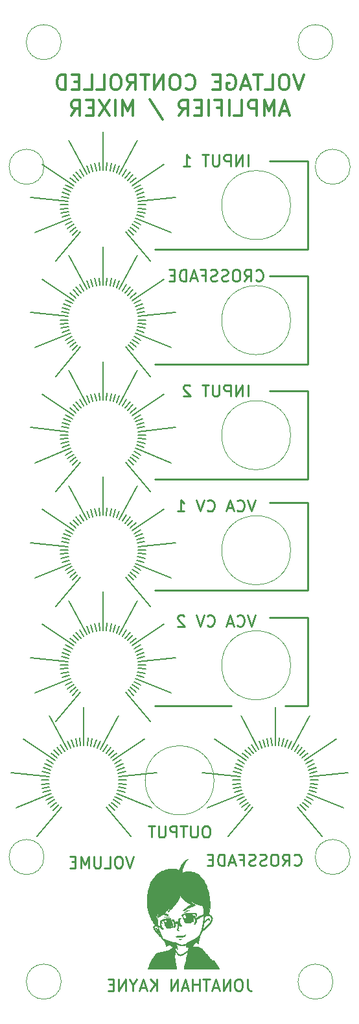
<source format=gbo>
G04 #@! TF.GenerationSoftware,KiCad,Pcbnew,(5.1.0)-1*
G04 #@! TF.CreationDate,2019-05-27T17:54:16-04:00*
G04 #@! TF.ProjectId,VCA_Panel,5643415f-5061-46e6-956c-2e6b69636164,rev?*
G04 #@! TF.SameCoordinates,Original*
G04 #@! TF.FileFunction,Legend,Bot*
G04 #@! TF.FilePolarity,Positive*
%FSLAX46Y46*%
G04 Gerber Fmt 4.6, Leading zero omitted, Abs format (unit mm)*
G04 Created by KiCad (PCBNEW (5.1.0)-1) date 2019-05-27 17:54:16*
%MOMM*%
%LPD*%
G04 APERTURE LIST*
%ADD10C,0.250000*%
%ADD11C,0.350000*%
%ADD12C,0.010000*%
%ADD13C,0.120000*%
%ADD14C,0.200000*%
G04 APERTURE END LIST*
D10*
X72000000Y-119500000D02*
X69000000Y-119500000D01*
X72000000Y-60000000D02*
X52000000Y-60000000D01*
X62000000Y-119500000D02*
X52000000Y-119500000D01*
X72000000Y-104500000D02*
X52000000Y-104500000D01*
X72000000Y-90000000D02*
X52000000Y-90000000D01*
X72000000Y-108000000D02*
X72000000Y-119500000D01*
X67000000Y-108000000D02*
X72000000Y-108000000D01*
X72000000Y-93000000D02*
X72000000Y-104500000D01*
X67000000Y-93000000D02*
X72000000Y-93000000D01*
X72000000Y-78500000D02*
X72000000Y-90000000D01*
X67000000Y-78500000D02*
X72000000Y-78500000D01*
X72000000Y-48500000D02*
X72000000Y-60000000D01*
X67000000Y-48500000D02*
X72000000Y-48500000D01*
X72000000Y-75000000D02*
X52000000Y-75000000D01*
X72000000Y-63500000D02*
X72000000Y-75000000D01*
X67000000Y-63500000D02*
X72000000Y-63500000D01*
D11*
X71488095Y-37229761D02*
X70821428Y-39229761D01*
X70154761Y-37229761D01*
X69107142Y-37229761D02*
X68726190Y-37229761D01*
X68535714Y-37325000D01*
X68345238Y-37515476D01*
X68250000Y-37896428D01*
X68250000Y-38563095D01*
X68345238Y-38944047D01*
X68535714Y-39134523D01*
X68726190Y-39229761D01*
X69107142Y-39229761D01*
X69297619Y-39134523D01*
X69488095Y-38944047D01*
X69583333Y-38563095D01*
X69583333Y-37896428D01*
X69488095Y-37515476D01*
X69297619Y-37325000D01*
X69107142Y-37229761D01*
X66440476Y-39229761D02*
X67392857Y-39229761D01*
X67392857Y-37229761D01*
X66059523Y-37229761D02*
X64916666Y-37229761D01*
X65488095Y-39229761D02*
X65488095Y-37229761D01*
X64345238Y-38658333D02*
X63392857Y-38658333D01*
X64535714Y-39229761D02*
X63869047Y-37229761D01*
X63202380Y-39229761D01*
X61488095Y-37325000D02*
X61678571Y-37229761D01*
X61964285Y-37229761D01*
X62250000Y-37325000D01*
X62440476Y-37515476D01*
X62535714Y-37705952D01*
X62630952Y-38086904D01*
X62630952Y-38372619D01*
X62535714Y-38753571D01*
X62440476Y-38944047D01*
X62250000Y-39134523D01*
X61964285Y-39229761D01*
X61773809Y-39229761D01*
X61488095Y-39134523D01*
X61392857Y-39039285D01*
X61392857Y-38372619D01*
X61773809Y-38372619D01*
X60535714Y-38182142D02*
X59869047Y-38182142D01*
X59583333Y-39229761D02*
X60535714Y-39229761D01*
X60535714Y-37229761D01*
X59583333Y-37229761D01*
X56059523Y-39039285D02*
X56154761Y-39134523D01*
X56440476Y-39229761D01*
X56630952Y-39229761D01*
X56916666Y-39134523D01*
X57107142Y-38944047D01*
X57202380Y-38753571D01*
X57297619Y-38372619D01*
X57297619Y-38086904D01*
X57202380Y-37705952D01*
X57107142Y-37515476D01*
X56916666Y-37325000D01*
X56630952Y-37229761D01*
X56440476Y-37229761D01*
X56154761Y-37325000D01*
X56059523Y-37420238D01*
X54821428Y-37229761D02*
X54440476Y-37229761D01*
X54250000Y-37325000D01*
X54059523Y-37515476D01*
X53964285Y-37896428D01*
X53964285Y-38563095D01*
X54059523Y-38944047D01*
X54250000Y-39134523D01*
X54440476Y-39229761D01*
X54821428Y-39229761D01*
X55011904Y-39134523D01*
X55202380Y-38944047D01*
X55297619Y-38563095D01*
X55297619Y-37896428D01*
X55202380Y-37515476D01*
X55011904Y-37325000D01*
X54821428Y-37229761D01*
X53107142Y-39229761D02*
X53107142Y-37229761D01*
X51964285Y-39229761D01*
X51964285Y-37229761D01*
X51297619Y-37229761D02*
X50154761Y-37229761D01*
X50726190Y-39229761D02*
X50726190Y-37229761D01*
X48345238Y-39229761D02*
X49011904Y-38277380D01*
X49488095Y-39229761D02*
X49488095Y-37229761D01*
X48726190Y-37229761D01*
X48535714Y-37325000D01*
X48440476Y-37420238D01*
X48345238Y-37610714D01*
X48345238Y-37896428D01*
X48440476Y-38086904D01*
X48535714Y-38182142D01*
X48726190Y-38277380D01*
X49488095Y-38277380D01*
X47107142Y-37229761D02*
X46726190Y-37229761D01*
X46535714Y-37325000D01*
X46345238Y-37515476D01*
X46250000Y-37896428D01*
X46250000Y-38563095D01*
X46345238Y-38944047D01*
X46535714Y-39134523D01*
X46726190Y-39229761D01*
X47107142Y-39229761D01*
X47297619Y-39134523D01*
X47488095Y-38944047D01*
X47583333Y-38563095D01*
X47583333Y-37896428D01*
X47488095Y-37515476D01*
X47297619Y-37325000D01*
X47107142Y-37229761D01*
X44440476Y-39229761D02*
X45392857Y-39229761D01*
X45392857Y-37229761D01*
X42821428Y-39229761D02*
X43773809Y-39229761D01*
X43773809Y-37229761D01*
X42154761Y-38182142D02*
X41488095Y-38182142D01*
X41202380Y-39229761D02*
X42154761Y-39229761D01*
X42154761Y-37229761D01*
X41202380Y-37229761D01*
X40345238Y-39229761D02*
X40345238Y-37229761D01*
X39869047Y-37229761D01*
X39583333Y-37325000D01*
X39392857Y-37515476D01*
X39297619Y-37705952D01*
X39202380Y-38086904D01*
X39202380Y-38372619D01*
X39297619Y-38753571D01*
X39392857Y-38944047D01*
X39583333Y-39134523D01*
X39869047Y-39229761D01*
X40345238Y-39229761D01*
X69440476Y-42008333D02*
X68488095Y-42008333D01*
X69630952Y-42579761D02*
X68964285Y-40579761D01*
X68297619Y-42579761D01*
X67630952Y-42579761D02*
X67630952Y-40579761D01*
X66964285Y-42008333D01*
X66297619Y-40579761D01*
X66297619Y-42579761D01*
X65345238Y-42579761D02*
X65345238Y-40579761D01*
X64583333Y-40579761D01*
X64392857Y-40675000D01*
X64297619Y-40770238D01*
X64202380Y-40960714D01*
X64202380Y-41246428D01*
X64297619Y-41436904D01*
X64392857Y-41532142D01*
X64583333Y-41627380D01*
X65345238Y-41627380D01*
X62392857Y-42579761D02*
X63345238Y-42579761D01*
X63345238Y-40579761D01*
X61726190Y-42579761D02*
X61726190Y-40579761D01*
X60107142Y-41532142D02*
X60773809Y-41532142D01*
X60773809Y-42579761D02*
X60773809Y-40579761D01*
X59821428Y-40579761D01*
X59059523Y-42579761D02*
X59059523Y-40579761D01*
X58107142Y-41532142D02*
X57440476Y-41532142D01*
X57154761Y-42579761D02*
X58107142Y-42579761D01*
X58107142Y-40579761D01*
X57154761Y-40579761D01*
X55154761Y-42579761D02*
X55821428Y-41627380D01*
X56297619Y-42579761D02*
X56297619Y-40579761D01*
X55535714Y-40579761D01*
X55345238Y-40675000D01*
X55250000Y-40770238D01*
X55154761Y-40960714D01*
X55154761Y-41246428D01*
X55250000Y-41436904D01*
X55345238Y-41532142D01*
X55535714Y-41627380D01*
X56297619Y-41627380D01*
X51345238Y-40484523D02*
X53059523Y-43055952D01*
X49154761Y-42579761D02*
X49154761Y-40579761D01*
X48488095Y-42008333D01*
X47821428Y-40579761D01*
X47821428Y-42579761D01*
X46869047Y-42579761D02*
X46869047Y-40579761D01*
X46107142Y-40579761D02*
X44773809Y-42579761D01*
X44773809Y-40579761D02*
X46107142Y-42579761D01*
X44011904Y-41532142D02*
X43345238Y-41532142D01*
X43059523Y-42579761D02*
X44011904Y-42579761D01*
X44011904Y-40579761D01*
X43059523Y-40579761D01*
X41059523Y-42579761D02*
X41726190Y-41627380D01*
X42202380Y-42579761D02*
X42202380Y-40579761D01*
X41440476Y-40579761D01*
X41250000Y-40675000D01*
X41154761Y-40770238D01*
X41059523Y-40960714D01*
X41059523Y-41246428D01*
X41154761Y-41436904D01*
X41250000Y-41532142D01*
X41440476Y-41627380D01*
X42202380Y-41627380D01*
D10*
X64107142Y-155178571D02*
X64107142Y-156250000D01*
X64178571Y-156464285D01*
X64321428Y-156607142D01*
X64535714Y-156678571D01*
X64678571Y-156678571D01*
X63107142Y-155178571D02*
X62821428Y-155178571D01*
X62678571Y-155250000D01*
X62535714Y-155392857D01*
X62464285Y-155678571D01*
X62464285Y-156178571D01*
X62535714Y-156464285D01*
X62678571Y-156607142D01*
X62821428Y-156678571D01*
X63107142Y-156678571D01*
X63250000Y-156607142D01*
X63392857Y-156464285D01*
X63464285Y-156178571D01*
X63464285Y-155678571D01*
X63392857Y-155392857D01*
X63250000Y-155250000D01*
X63107142Y-155178571D01*
X61821428Y-156678571D02*
X61821428Y-155178571D01*
X60964285Y-156678571D01*
X60964285Y-155178571D01*
X60321428Y-156250000D02*
X59607142Y-156250000D01*
X60464285Y-156678571D02*
X59964285Y-155178571D01*
X59464285Y-156678571D01*
X59178571Y-155178571D02*
X58321428Y-155178571D01*
X58750000Y-156678571D02*
X58750000Y-155178571D01*
X57821428Y-156678571D02*
X57821428Y-155178571D01*
X57821428Y-155892857D02*
X56964285Y-155892857D01*
X56964285Y-156678571D02*
X56964285Y-155178571D01*
X56321428Y-156250000D02*
X55607142Y-156250000D01*
X56464285Y-156678571D02*
X55964285Y-155178571D01*
X55464285Y-156678571D01*
X54964285Y-156678571D02*
X54964285Y-155178571D01*
X54107142Y-156678571D01*
X54107142Y-155178571D01*
X52250000Y-156678571D02*
X52250000Y-155178571D01*
X51392857Y-156678571D02*
X52035714Y-155821428D01*
X51392857Y-155178571D02*
X52250000Y-156035714D01*
X50821428Y-156250000D02*
X50107142Y-156250000D01*
X50964285Y-156678571D02*
X50464285Y-155178571D01*
X49964285Y-156678571D01*
X49178571Y-155964285D02*
X49178571Y-156678571D01*
X49678571Y-155178571D02*
X49178571Y-155964285D01*
X48678571Y-155178571D01*
X48178571Y-156678571D02*
X48178571Y-155178571D01*
X47321428Y-156678571D01*
X47321428Y-155178571D01*
X46607142Y-155892857D02*
X46107142Y-155892857D01*
X45892857Y-156678571D02*
X46607142Y-156678571D01*
X46607142Y-155178571D01*
X45892857Y-155178571D01*
X49214285Y-139178571D02*
X48714285Y-140678571D01*
X48214285Y-139178571D01*
X47428571Y-139178571D02*
X47142857Y-139178571D01*
X47000000Y-139250000D01*
X46857142Y-139392857D01*
X46785714Y-139678571D01*
X46785714Y-140178571D01*
X46857142Y-140464285D01*
X47000000Y-140607142D01*
X47142857Y-140678571D01*
X47428571Y-140678571D01*
X47571428Y-140607142D01*
X47714285Y-140464285D01*
X47785714Y-140178571D01*
X47785714Y-139678571D01*
X47714285Y-139392857D01*
X47571428Y-139250000D01*
X47428571Y-139178571D01*
X45428571Y-140678571D02*
X46142857Y-140678571D01*
X46142857Y-139178571D01*
X44928571Y-139178571D02*
X44928571Y-140392857D01*
X44857142Y-140535714D01*
X44785714Y-140607142D01*
X44642857Y-140678571D01*
X44357142Y-140678571D01*
X44214285Y-140607142D01*
X44142857Y-140535714D01*
X44071428Y-140392857D01*
X44071428Y-139178571D01*
X43357142Y-140678571D02*
X43357142Y-139178571D01*
X42857142Y-140250000D01*
X42357142Y-139178571D01*
X42357142Y-140678571D01*
X41642857Y-139892857D02*
X41142857Y-139892857D01*
X40928571Y-140678571D02*
X41642857Y-140678571D01*
X41642857Y-139178571D01*
X40928571Y-139178571D01*
X58857142Y-135178571D02*
X58571428Y-135178571D01*
X58428571Y-135250000D01*
X58285714Y-135392857D01*
X58214285Y-135678571D01*
X58214285Y-136178571D01*
X58285714Y-136464285D01*
X58428571Y-136607142D01*
X58571428Y-136678571D01*
X58857142Y-136678571D01*
X59000000Y-136607142D01*
X59142857Y-136464285D01*
X59214285Y-136178571D01*
X59214285Y-135678571D01*
X59142857Y-135392857D01*
X59000000Y-135250000D01*
X58857142Y-135178571D01*
X57571428Y-135178571D02*
X57571428Y-136392857D01*
X57500000Y-136535714D01*
X57428571Y-136607142D01*
X57285714Y-136678571D01*
X57000000Y-136678571D01*
X56857142Y-136607142D01*
X56785714Y-136535714D01*
X56714285Y-136392857D01*
X56714285Y-135178571D01*
X56214285Y-135178571D02*
X55357142Y-135178571D01*
X55785714Y-136678571D02*
X55785714Y-135178571D01*
X54857142Y-136678571D02*
X54857142Y-135178571D01*
X54285714Y-135178571D01*
X54142857Y-135250000D01*
X54071428Y-135321428D01*
X54000000Y-135464285D01*
X54000000Y-135678571D01*
X54071428Y-135821428D01*
X54142857Y-135892857D01*
X54285714Y-135964285D01*
X54857142Y-135964285D01*
X53357142Y-135178571D02*
X53357142Y-136392857D01*
X53285714Y-136535714D01*
X53214285Y-136607142D01*
X53071428Y-136678571D01*
X52785714Y-136678571D01*
X52642857Y-136607142D01*
X52571428Y-136535714D01*
X52500000Y-136392857D01*
X52500000Y-135178571D01*
X52000000Y-135178571D02*
X51142857Y-135178571D01*
X51571428Y-136678571D02*
X51571428Y-135178571D01*
X70214285Y-140249714D02*
X70285714Y-140321142D01*
X70500000Y-140392571D01*
X70642857Y-140392571D01*
X70857142Y-140321142D01*
X71000000Y-140178285D01*
X71071428Y-140035428D01*
X71142857Y-139749714D01*
X71142857Y-139535428D01*
X71071428Y-139249714D01*
X71000000Y-139106857D01*
X70857142Y-138964000D01*
X70642857Y-138892571D01*
X70500000Y-138892571D01*
X70285714Y-138964000D01*
X70214285Y-139035428D01*
X68714285Y-140392571D02*
X69214285Y-139678285D01*
X69571428Y-140392571D02*
X69571428Y-138892571D01*
X69000000Y-138892571D01*
X68857142Y-138964000D01*
X68785714Y-139035428D01*
X68714285Y-139178285D01*
X68714285Y-139392571D01*
X68785714Y-139535428D01*
X68857142Y-139606857D01*
X69000000Y-139678285D01*
X69571428Y-139678285D01*
X67785714Y-138892571D02*
X67500000Y-138892571D01*
X67357142Y-138964000D01*
X67214285Y-139106857D01*
X67142857Y-139392571D01*
X67142857Y-139892571D01*
X67214285Y-140178285D01*
X67357142Y-140321142D01*
X67500000Y-140392571D01*
X67785714Y-140392571D01*
X67928571Y-140321142D01*
X68071428Y-140178285D01*
X68142857Y-139892571D01*
X68142857Y-139392571D01*
X68071428Y-139106857D01*
X67928571Y-138964000D01*
X67785714Y-138892571D01*
X66571428Y-140321142D02*
X66357142Y-140392571D01*
X66000000Y-140392571D01*
X65857142Y-140321142D01*
X65785714Y-140249714D01*
X65714285Y-140106857D01*
X65714285Y-139964000D01*
X65785714Y-139821142D01*
X65857142Y-139749714D01*
X66000000Y-139678285D01*
X66285714Y-139606857D01*
X66428571Y-139535428D01*
X66500000Y-139464000D01*
X66571428Y-139321142D01*
X66571428Y-139178285D01*
X66500000Y-139035428D01*
X66428571Y-138964000D01*
X66285714Y-138892571D01*
X65928571Y-138892571D01*
X65714285Y-138964000D01*
X65142857Y-140321142D02*
X64928571Y-140392571D01*
X64571428Y-140392571D01*
X64428571Y-140321142D01*
X64357142Y-140249714D01*
X64285714Y-140106857D01*
X64285714Y-139964000D01*
X64357142Y-139821142D01*
X64428571Y-139749714D01*
X64571428Y-139678285D01*
X64857142Y-139606857D01*
X65000000Y-139535428D01*
X65071428Y-139464000D01*
X65142857Y-139321142D01*
X65142857Y-139178285D01*
X65071428Y-139035428D01*
X65000000Y-138964000D01*
X64857142Y-138892571D01*
X64500000Y-138892571D01*
X64285714Y-138964000D01*
X63142857Y-139606857D02*
X63642857Y-139606857D01*
X63642857Y-140392571D02*
X63642857Y-138892571D01*
X62928571Y-138892571D01*
X62428571Y-139964000D02*
X61714285Y-139964000D01*
X62571428Y-140392571D02*
X62071428Y-138892571D01*
X61571428Y-140392571D01*
X61071428Y-140392571D02*
X61071428Y-138892571D01*
X60714285Y-138892571D01*
X60500000Y-138964000D01*
X60357142Y-139106857D01*
X60285714Y-139249714D01*
X60214285Y-139535428D01*
X60214285Y-139749714D01*
X60285714Y-140035428D01*
X60357142Y-140178285D01*
X60500000Y-140321142D01*
X60714285Y-140392571D01*
X61071428Y-140392571D01*
X59571428Y-139606857D02*
X59071428Y-139606857D01*
X58857142Y-140392571D02*
X59571428Y-140392571D01*
X59571428Y-138892571D01*
X58857142Y-138892571D01*
X65142857Y-107678571D02*
X64642857Y-109178571D01*
X64142857Y-107678571D01*
X62785714Y-109035714D02*
X62857142Y-109107142D01*
X63071428Y-109178571D01*
X63214285Y-109178571D01*
X63428571Y-109107142D01*
X63571428Y-108964285D01*
X63642857Y-108821428D01*
X63714285Y-108535714D01*
X63714285Y-108321428D01*
X63642857Y-108035714D01*
X63571428Y-107892857D01*
X63428571Y-107750000D01*
X63214285Y-107678571D01*
X63071428Y-107678571D01*
X62857142Y-107750000D01*
X62785714Y-107821428D01*
X62214285Y-108750000D02*
X61500000Y-108750000D01*
X62357142Y-109178571D02*
X61857142Y-107678571D01*
X61357142Y-109178571D01*
X58857142Y-109035714D02*
X58928571Y-109107142D01*
X59142857Y-109178571D01*
X59285714Y-109178571D01*
X59500000Y-109107142D01*
X59642857Y-108964285D01*
X59714285Y-108821428D01*
X59785714Y-108535714D01*
X59785714Y-108321428D01*
X59714285Y-108035714D01*
X59642857Y-107892857D01*
X59500000Y-107750000D01*
X59285714Y-107678571D01*
X59142857Y-107678571D01*
X58928571Y-107750000D01*
X58857142Y-107821428D01*
X58428571Y-107678571D02*
X57928571Y-109178571D01*
X57428571Y-107678571D01*
X55857142Y-107821428D02*
X55785714Y-107750000D01*
X55642857Y-107678571D01*
X55285714Y-107678571D01*
X55142857Y-107750000D01*
X55071428Y-107821428D01*
X55000000Y-107964285D01*
X55000000Y-108107142D01*
X55071428Y-108321428D01*
X55928571Y-109178571D01*
X55000000Y-109178571D01*
X65142857Y-92678571D02*
X64642857Y-94178571D01*
X64142857Y-92678571D01*
X62785714Y-94035714D02*
X62857142Y-94107142D01*
X63071428Y-94178571D01*
X63214285Y-94178571D01*
X63428571Y-94107142D01*
X63571428Y-93964285D01*
X63642857Y-93821428D01*
X63714285Y-93535714D01*
X63714285Y-93321428D01*
X63642857Y-93035714D01*
X63571428Y-92892857D01*
X63428571Y-92750000D01*
X63214285Y-92678571D01*
X63071428Y-92678571D01*
X62857142Y-92750000D01*
X62785714Y-92821428D01*
X62214285Y-93750000D02*
X61500000Y-93750000D01*
X62357142Y-94178571D02*
X61857142Y-92678571D01*
X61357142Y-94178571D01*
X58857142Y-94035714D02*
X58928571Y-94107142D01*
X59142857Y-94178571D01*
X59285714Y-94178571D01*
X59500000Y-94107142D01*
X59642857Y-93964285D01*
X59714285Y-93821428D01*
X59785714Y-93535714D01*
X59785714Y-93321428D01*
X59714285Y-93035714D01*
X59642857Y-92892857D01*
X59500000Y-92750000D01*
X59285714Y-92678571D01*
X59142857Y-92678571D01*
X58928571Y-92750000D01*
X58857142Y-92821428D01*
X58428571Y-92678571D02*
X57928571Y-94178571D01*
X57428571Y-92678571D01*
X55000000Y-94178571D02*
X55857142Y-94178571D01*
X55428571Y-94178571D02*
X55428571Y-92678571D01*
X55571428Y-92892857D01*
X55714285Y-93035714D01*
X55857142Y-93107142D01*
X64178571Y-79178571D02*
X64178571Y-77678571D01*
X63464285Y-79178571D02*
X63464285Y-77678571D01*
X62607142Y-79178571D01*
X62607142Y-77678571D01*
X61892857Y-79178571D02*
X61892857Y-77678571D01*
X61321428Y-77678571D01*
X61178571Y-77750000D01*
X61107142Y-77821428D01*
X61035714Y-77964285D01*
X61035714Y-78178571D01*
X61107142Y-78321428D01*
X61178571Y-78392857D01*
X61321428Y-78464285D01*
X61892857Y-78464285D01*
X60392857Y-77678571D02*
X60392857Y-78892857D01*
X60321428Y-79035714D01*
X60250000Y-79107142D01*
X60107142Y-79178571D01*
X59821428Y-79178571D01*
X59678571Y-79107142D01*
X59607142Y-79035714D01*
X59535714Y-78892857D01*
X59535714Y-77678571D01*
X59035714Y-77678571D02*
X58178571Y-77678571D01*
X58607142Y-79178571D02*
X58607142Y-77678571D01*
X56607142Y-77821428D02*
X56535714Y-77750000D01*
X56392857Y-77678571D01*
X56035714Y-77678571D01*
X55892857Y-77750000D01*
X55821428Y-77821428D01*
X55750000Y-77964285D01*
X55750000Y-78107142D01*
X55821428Y-78321428D01*
X56678571Y-79178571D01*
X55750000Y-79178571D01*
X65214285Y-64035714D02*
X65285714Y-64107142D01*
X65500000Y-64178571D01*
X65642857Y-64178571D01*
X65857142Y-64107142D01*
X66000000Y-63964285D01*
X66071428Y-63821428D01*
X66142857Y-63535714D01*
X66142857Y-63321428D01*
X66071428Y-63035714D01*
X66000000Y-62892857D01*
X65857142Y-62750000D01*
X65642857Y-62678571D01*
X65500000Y-62678571D01*
X65285714Y-62750000D01*
X65214285Y-62821428D01*
X63714285Y-64178571D02*
X64214285Y-63464285D01*
X64571428Y-64178571D02*
X64571428Y-62678571D01*
X64000000Y-62678571D01*
X63857142Y-62750000D01*
X63785714Y-62821428D01*
X63714285Y-62964285D01*
X63714285Y-63178571D01*
X63785714Y-63321428D01*
X63857142Y-63392857D01*
X64000000Y-63464285D01*
X64571428Y-63464285D01*
X62785714Y-62678571D02*
X62500000Y-62678571D01*
X62357142Y-62750000D01*
X62214285Y-62892857D01*
X62142857Y-63178571D01*
X62142857Y-63678571D01*
X62214285Y-63964285D01*
X62357142Y-64107142D01*
X62500000Y-64178571D01*
X62785714Y-64178571D01*
X62928571Y-64107142D01*
X63071428Y-63964285D01*
X63142857Y-63678571D01*
X63142857Y-63178571D01*
X63071428Y-62892857D01*
X62928571Y-62750000D01*
X62785714Y-62678571D01*
X61571428Y-64107142D02*
X61357142Y-64178571D01*
X61000000Y-64178571D01*
X60857142Y-64107142D01*
X60785714Y-64035714D01*
X60714285Y-63892857D01*
X60714285Y-63750000D01*
X60785714Y-63607142D01*
X60857142Y-63535714D01*
X61000000Y-63464285D01*
X61285714Y-63392857D01*
X61428571Y-63321428D01*
X61500000Y-63250000D01*
X61571428Y-63107142D01*
X61571428Y-62964285D01*
X61500000Y-62821428D01*
X61428571Y-62750000D01*
X61285714Y-62678571D01*
X60928571Y-62678571D01*
X60714285Y-62750000D01*
X60142857Y-64107142D02*
X59928571Y-64178571D01*
X59571428Y-64178571D01*
X59428571Y-64107142D01*
X59357142Y-64035714D01*
X59285714Y-63892857D01*
X59285714Y-63750000D01*
X59357142Y-63607142D01*
X59428571Y-63535714D01*
X59571428Y-63464285D01*
X59857142Y-63392857D01*
X60000000Y-63321428D01*
X60071428Y-63250000D01*
X60142857Y-63107142D01*
X60142857Y-62964285D01*
X60071428Y-62821428D01*
X60000000Y-62750000D01*
X59857142Y-62678571D01*
X59500000Y-62678571D01*
X59285714Y-62750000D01*
X58142857Y-63392857D02*
X58642857Y-63392857D01*
X58642857Y-64178571D02*
X58642857Y-62678571D01*
X57928571Y-62678571D01*
X57428571Y-63750000D02*
X56714285Y-63750000D01*
X57571428Y-64178571D02*
X57071428Y-62678571D01*
X56571428Y-64178571D01*
X56071428Y-64178571D02*
X56071428Y-62678571D01*
X55714285Y-62678571D01*
X55500000Y-62750000D01*
X55357142Y-62892857D01*
X55285714Y-63035714D01*
X55214285Y-63321428D01*
X55214285Y-63535714D01*
X55285714Y-63821428D01*
X55357142Y-63964285D01*
X55500000Y-64107142D01*
X55714285Y-64178571D01*
X56071428Y-64178571D01*
X54571428Y-63392857D02*
X54071428Y-63392857D01*
X53857142Y-64178571D02*
X54571428Y-64178571D01*
X54571428Y-62678571D01*
X53857142Y-62678571D01*
X64178571Y-49178571D02*
X64178571Y-47678571D01*
X63464285Y-49178571D02*
X63464285Y-47678571D01*
X62607142Y-49178571D01*
X62607142Y-47678571D01*
X61892857Y-49178571D02*
X61892857Y-47678571D01*
X61321428Y-47678571D01*
X61178571Y-47750000D01*
X61107142Y-47821428D01*
X61035714Y-47964285D01*
X61035714Y-48178571D01*
X61107142Y-48321428D01*
X61178571Y-48392857D01*
X61321428Y-48464285D01*
X61892857Y-48464285D01*
X60392857Y-47678571D02*
X60392857Y-48892857D01*
X60321428Y-49035714D01*
X60250000Y-49107142D01*
X60107142Y-49178571D01*
X59821428Y-49178571D01*
X59678571Y-49107142D01*
X59607142Y-49035714D01*
X59535714Y-48892857D01*
X59535714Y-47678571D01*
X59035714Y-47678571D02*
X58178571Y-47678571D01*
X58607142Y-49178571D02*
X58607142Y-47678571D01*
X55750000Y-49178571D02*
X56607142Y-49178571D01*
X56178571Y-49178571D02*
X56178571Y-47678571D01*
X56321428Y-47892857D01*
X56464285Y-48035714D01*
X56607142Y-48107142D01*
D12*
G36*
X58978691Y-147241083D02*
G01*
X58906584Y-147274587D01*
X58827389Y-147329179D01*
X58743760Y-147402915D01*
X58658355Y-147493850D01*
X58573828Y-147600041D01*
X58492834Y-147719542D01*
X58459930Y-147774234D01*
X58435409Y-147818179D01*
X58420945Y-147847356D01*
X58419157Y-147854576D01*
X58432246Y-147843013D01*
X58465017Y-147810955D01*
X58513619Y-147762261D01*
X58574198Y-147700787D01*
X58636666Y-147636806D01*
X58736560Y-147537568D01*
X58825521Y-147456169D01*
X58901340Y-147394292D01*
X58961808Y-147353619D01*
X59004718Y-147335834D01*
X59025928Y-147340168D01*
X59039578Y-147365627D01*
X59053881Y-147408202D01*
X59055517Y-147414400D01*
X59071613Y-147458990D01*
X59089073Y-147470089D01*
X59108522Y-147447614D01*
X59126045Y-147405083D01*
X59139880Y-147356088D01*
X59138933Y-147320411D01*
X59125928Y-147286550D01*
X59091019Y-147245120D01*
X59041055Y-147230613D01*
X58978691Y-147241083D01*
X58978691Y-147241083D01*
G37*
X58978691Y-147241083D02*
X58906584Y-147274587D01*
X58827389Y-147329179D01*
X58743760Y-147402915D01*
X58658355Y-147493850D01*
X58573828Y-147600041D01*
X58492834Y-147719542D01*
X58459930Y-147774234D01*
X58435409Y-147818179D01*
X58420945Y-147847356D01*
X58419157Y-147854576D01*
X58432246Y-147843013D01*
X58465017Y-147810955D01*
X58513619Y-147762261D01*
X58574198Y-147700787D01*
X58636666Y-147636806D01*
X58736560Y-147537568D01*
X58825521Y-147456169D01*
X58901340Y-147394292D01*
X58961808Y-147353619D01*
X59004718Y-147335834D01*
X59025928Y-147340168D01*
X59039578Y-147365627D01*
X59053881Y-147408202D01*
X59055517Y-147414400D01*
X59071613Y-147458990D01*
X59089073Y-147470089D01*
X59108522Y-147447614D01*
X59126045Y-147405083D01*
X59139880Y-147356088D01*
X59138933Y-147320411D01*
X59125928Y-147286550D01*
X59091019Y-147245120D01*
X59041055Y-147230613D01*
X58978691Y-147241083D01*
G36*
X56437677Y-146187685D02*
G01*
X56379191Y-146199246D01*
X56303282Y-146220331D01*
X56216784Y-146248993D01*
X56126535Y-146283285D01*
X56106091Y-146291712D01*
X56055780Y-146315513D01*
X55996278Y-146347672D01*
X55934825Y-146383720D01*
X55878665Y-146419186D01*
X55835037Y-146449601D01*
X55811183Y-146470493D01*
X55808800Y-146475231D01*
X55815075Y-146481706D01*
X55836945Y-146475484D01*
X55878980Y-146454698D01*
X55934750Y-146423745D01*
X56003555Y-146387919D01*
X56086603Y-146349617D01*
X56176331Y-146311781D01*
X56265174Y-146277357D01*
X56345567Y-146249287D01*
X56409944Y-146230516D01*
X56448033Y-146224003D01*
X56489322Y-146218195D01*
X56502015Y-146206357D01*
X56483846Y-146191944D01*
X56471902Y-146187591D01*
X56437677Y-146187685D01*
X56437677Y-146187685D01*
G37*
X56437677Y-146187685D02*
X56379191Y-146199246D01*
X56303282Y-146220331D01*
X56216784Y-146248993D01*
X56126535Y-146283285D01*
X56106091Y-146291712D01*
X56055780Y-146315513D01*
X55996278Y-146347672D01*
X55934825Y-146383720D01*
X55878665Y-146419186D01*
X55835037Y-146449601D01*
X55811183Y-146470493D01*
X55808800Y-146475231D01*
X55815075Y-146481706D01*
X55836945Y-146475484D01*
X55878980Y-146454698D01*
X55934750Y-146423745D01*
X56003555Y-146387919D01*
X56086603Y-146349617D01*
X56176331Y-146311781D01*
X56265174Y-146277357D01*
X56345567Y-146249287D01*
X56409944Y-146230516D01*
X56448033Y-146224003D01*
X56489322Y-146218195D01*
X56502015Y-146206357D01*
X56483846Y-146191944D01*
X56471902Y-146187591D01*
X56437677Y-146187685D01*
G36*
X53498011Y-147057654D02*
G01*
X53403393Y-147060560D01*
X53318331Y-147065303D01*
X53250052Y-147071867D01*
X53243400Y-147072766D01*
X53218920Y-147077470D01*
X53220704Y-147081190D01*
X53250268Y-147084008D01*
X53309126Y-147086006D01*
X53398794Y-147087266D01*
X53520786Y-147087870D01*
X53522800Y-147087874D01*
X53651675Y-147087691D01*
X53748617Y-147086461D01*
X53815548Y-147084091D01*
X53854389Y-147080487D01*
X53867060Y-147075554D01*
X53861466Y-147071293D01*
X53827486Y-147064752D01*
X53766923Y-147060135D01*
X53687004Y-147057424D01*
X53594958Y-147056603D01*
X53498011Y-147057654D01*
X53498011Y-147057654D01*
G37*
X53498011Y-147057654D02*
X53403393Y-147060560D01*
X53318331Y-147065303D01*
X53250052Y-147071867D01*
X53243400Y-147072766D01*
X53218920Y-147077470D01*
X53220704Y-147081190D01*
X53250268Y-147084008D01*
X53309126Y-147086006D01*
X53398794Y-147087266D01*
X53520786Y-147087870D01*
X53522800Y-147087874D01*
X53651675Y-147087691D01*
X53748617Y-147086461D01*
X53815548Y-147084091D01*
X53854389Y-147080487D01*
X53867060Y-147075554D01*
X53861466Y-147071293D01*
X53827486Y-147064752D01*
X53766923Y-147060135D01*
X53687004Y-147057424D01*
X53594958Y-147056603D01*
X53498011Y-147057654D01*
G36*
X55383609Y-147188456D02*
G01*
X55338291Y-147198585D01*
X55277311Y-147215896D01*
X55248465Y-147225010D01*
X55106066Y-147271350D01*
X55109673Y-147469875D01*
X55109893Y-147547324D01*
X55107813Y-147610637D01*
X55103809Y-147653198D01*
X55098384Y-147668400D01*
X55080075Y-147655030D01*
X55076419Y-147647234D01*
X55054049Y-147630226D01*
X55006949Y-147626174D01*
X54941315Y-147634232D01*
X54863342Y-147653552D01*
X54779228Y-147683289D01*
X54763102Y-147690030D01*
X54623338Y-147749984D01*
X54612575Y-147704959D01*
X54588543Y-147631115D01*
X54552735Y-147552241D01*
X54511076Y-147479396D01*
X54469490Y-147423638D01*
X54453484Y-147407986D01*
X54412099Y-147377738D01*
X54374782Y-147366749D01*
X54323575Y-147369934D01*
X54320530Y-147370346D01*
X54248534Y-147386682D01*
X54198704Y-147410536D01*
X54173063Y-147438068D01*
X54173635Y-147465433D01*
X54202442Y-147488790D01*
X54250857Y-147502658D01*
X54315436Y-147525733D01*
X54370523Y-147572807D01*
X54417875Y-147646461D01*
X54459252Y-147749273D01*
X54488460Y-147851170D01*
X54513584Y-147974805D01*
X54519994Y-148075999D01*
X54507661Y-148160554D01*
X54486703Y-148215318D01*
X54455139Y-148280964D01*
X54437704Y-148324192D01*
X54432627Y-148352486D01*
X54438141Y-148373332D01*
X54446335Y-148386118D01*
X54466451Y-148405484D01*
X54493550Y-148407058D01*
X54526407Y-148397829D01*
X54592752Y-148361871D01*
X54651201Y-148305803D01*
X54687934Y-148244134D01*
X54694522Y-148195601D01*
X54689600Y-148118129D01*
X54682806Y-148069168D01*
X54672940Y-147996667D01*
X54671161Y-147952602D01*
X54677405Y-147932538D01*
X54680761Y-147930558D01*
X54723940Y-147918436D01*
X54784558Y-147903284D01*
X54853149Y-147887236D01*
X54920243Y-147872426D01*
X54976372Y-147860987D01*
X55012069Y-147855054D01*
X55017503Y-147854667D01*
X55039524Y-147860943D01*
X55042524Y-147885933D01*
X55039812Y-147901234D01*
X55033634Y-147939045D01*
X55025516Y-147999673D01*
X55016881Y-148072237D01*
X55013811Y-148100200D01*
X55004154Y-148175877D01*
X54989530Y-148272849D01*
X54971836Y-148379248D01*
X54952968Y-148483203D01*
X54950765Y-148494693D01*
X54931856Y-148595369D01*
X54920369Y-148668748D01*
X54916833Y-148720688D01*
X54921778Y-148757050D01*
X54935732Y-148783695D01*
X54959226Y-148806482D01*
X54980376Y-148822371D01*
X55024114Y-148846201D01*
X55072272Y-148861405D01*
X55115128Y-148866434D01*
X55142957Y-148859740D01*
X55148400Y-148849122D01*
X55136598Y-148824039D01*
X55106413Y-148787601D01*
X55082591Y-148764353D01*
X55016781Y-148704898D01*
X55050842Y-148529549D01*
X55070060Y-148406748D01*
X55081792Y-148271044D01*
X55086854Y-148112670D01*
X55087018Y-148096023D01*
X55088411Y-148006852D01*
X55090859Y-147931008D01*
X55094073Y-147874297D01*
X55097765Y-147842529D01*
X55099844Y-147837789D01*
X55106334Y-147853296D01*
X55113947Y-147894469D01*
X55121263Y-147953204D01*
X55122813Y-147968967D01*
X55137460Y-148074009D01*
X55161256Y-148149767D01*
X55197908Y-148200386D01*
X55251124Y-148230007D01*
X55324612Y-148242774D01*
X55369064Y-148244134D01*
X55452131Y-148238841D01*
X55507655Y-148223566D01*
X55533811Y-148199214D01*
X55528773Y-148166688D01*
X55528005Y-148165407D01*
X55498735Y-148139764D01*
X55460272Y-148123840D01*
X55406449Y-148111307D01*
X55365992Y-148102060D01*
X55338728Y-148090974D01*
X55317567Y-148068900D01*
X55301637Y-148031900D01*
X55290062Y-147976036D01*
X55281969Y-147897372D01*
X55276484Y-147791969D01*
X55273364Y-147684819D01*
X55266539Y-147387972D01*
X55342936Y-147312994D01*
X55392942Y-147259280D01*
X55416340Y-147221351D01*
X55414653Y-147196135D01*
X55405098Y-147187468D01*
X55383609Y-147188456D01*
X55383609Y-147188456D01*
G37*
X55383609Y-147188456D02*
X55338291Y-147198585D01*
X55277311Y-147215896D01*
X55248465Y-147225010D01*
X55106066Y-147271350D01*
X55109673Y-147469875D01*
X55109893Y-147547324D01*
X55107813Y-147610637D01*
X55103809Y-147653198D01*
X55098384Y-147668400D01*
X55080075Y-147655030D01*
X55076419Y-147647234D01*
X55054049Y-147630226D01*
X55006949Y-147626174D01*
X54941315Y-147634232D01*
X54863342Y-147653552D01*
X54779228Y-147683289D01*
X54763102Y-147690030D01*
X54623338Y-147749984D01*
X54612575Y-147704959D01*
X54588543Y-147631115D01*
X54552735Y-147552241D01*
X54511076Y-147479396D01*
X54469490Y-147423638D01*
X54453484Y-147407986D01*
X54412099Y-147377738D01*
X54374782Y-147366749D01*
X54323575Y-147369934D01*
X54320530Y-147370346D01*
X54248534Y-147386682D01*
X54198704Y-147410536D01*
X54173063Y-147438068D01*
X54173635Y-147465433D01*
X54202442Y-147488790D01*
X54250857Y-147502658D01*
X54315436Y-147525733D01*
X54370523Y-147572807D01*
X54417875Y-147646461D01*
X54459252Y-147749273D01*
X54488460Y-147851170D01*
X54513584Y-147974805D01*
X54519994Y-148075999D01*
X54507661Y-148160554D01*
X54486703Y-148215318D01*
X54455139Y-148280964D01*
X54437704Y-148324192D01*
X54432627Y-148352486D01*
X54438141Y-148373332D01*
X54446335Y-148386118D01*
X54466451Y-148405484D01*
X54493550Y-148407058D01*
X54526407Y-148397829D01*
X54592752Y-148361871D01*
X54651201Y-148305803D01*
X54687934Y-148244134D01*
X54694522Y-148195601D01*
X54689600Y-148118129D01*
X54682806Y-148069168D01*
X54672940Y-147996667D01*
X54671161Y-147952602D01*
X54677405Y-147932538D01*
X54680761Y-147930558D01*
X54723940Y-147918436D01*
X54784558Y-147903284D01*
X54853149Y-147887236D01*
X54920243Y-147872426D01*
X54976372Y-147860987D01*
X55012069Y-147855054D01*
X55017503Y-147854667D01*
X55039524Y-147860943D01*
X55042524Y-147885933D01*
X55039812Y-147901234D01*
X55033634Y-147939045D01*
X55025516Y-147999673D01*
X55016881Y-148072237D01*
X55013811Y-148100200D01*
X55004154Y-148175877D01*
X54989530Y-148272849D01*
X54971836Y-148379248D01*
X54952968Y-148483203D01*
X54950765Y-148494693D01*
X54931856Y-148595369D01*
X54920369Y-148668748D01*
X54916833Y-148720688D01*
X54921778Y-148757050D01*
X54935732Y-148783695D01*
X54959226Y-148806482D01*
X54980376Y-148822371D01*
X55024114Y-148846201D01*
X55072272Y-148861405D01*
X55115128Y-148866434D01*
X55142957Y-148859740D01*
X55148400Y-148849122D01*
X55136598Y-148824039D01*
X55106413Y-148787601D01*
X55082591Y-148764353D01*
X55016781Y-148704898D01*
X55050842Y-148529549D01*
X55070060Y-148406748D01*
X55081792Y-148271044D01*
X55086854Y-148112670D01*
X55087018Y-148096023D01*
X55088411Y-148006852D01*
X55090859Y-147931008D01*
X55094073Y-147874297D01*
X55097765Y-147842529D01*
X55099844Y-147837789D01*
X55106334Y-147853296D01*
X55113947Y-147894469D01*
X55121263Y-147953204D01*
X55122813Y-147968967D01*
X55137460Y-148074009D01*
X55161256Y-148149767D01*
X55197908Y-148200386D01*
X55251124Y-148230007D01*
X55324612Y-148242774D01*
X55369064Y-148244134D01*
X55452131Y-148238841D01*
X55507655Y-148223566D01*
X55533811Y-148199214D01*
X55528773Y-148166688D01*
X55528005Y-148165407D01*
X55498735Y-148139764D01*
X55460272Y-148123840D01*
X55406449Y-148111307D01*
X55365992Y-148102060D01*
X55338728Y-148090974D01*
X55317567Y-148068900D01*
X55301637Y-148031900D01*
X55290062Y-147976036D01*
X55281969Y-147897372D01*
X55276484Y-147791969D01*
X55273364Y-147684819D01*
X55266539Y-147387972D01*
X55342936Y-147312994D01*
X55392942Y-147259280D01*
X55416340Y-147221351D01*
X55414653Y-147196135D01*
X55405098Y-147187468D01*
X55383609Y-147188456D01*
G36*
X55965170Y-149373241D02*
G01*
X55919542Y-149404207D01*
X55905732Y-149413997D01*
X55849644Y-149451100D01*
X55795132Y-149479558D01*
X55736538Y-149500483D01*
X55668207Y-149514986D01*
X55584481Y-149524178D01*
X55479704Y-149529173D01*
X55348219Y-149531080D01*
X55309267Y-149531206D01*
X55133361Y-149533286D01*
X54990745Y-149538921D01*
X54881023Y-149548182D01*
X54803797Y-149561136D01*
X54758673Y-149577853D01*
X54745252Y-149598401D01*
X54763139Y-149622849D01*
X54766403Y-149625340D01*
X54782539Y-149632911D01*
X54810438Y-149638783D01*
X54853812Y-149643138D01*
X54916373Y-149646159D01*
X55001832Y-149648027D01*
X55113900Y-149648926D01*
X55249003Y-149649047D01*
X55388667Y-149648613D01*
X55499051Y-149647517D01*
X55584743Y-149645492D01*
X55650327Y-149642273D01*
X55700389Y-149637592D01*
X55739515Y-149631184D01*
X55772289Y-149622782D01*
X55787673Y-149617769D01*
X55844602Y-149594642D01*
X55892617Y-149569206D01*
X55910986Y-149555936D01*
X55952771Y-149509124D01*
X55986754Y-149455128D01*
X56006703Y-149405218D01*
X56008980Y-149378754D01*
X56003789Y-149362597D01*
X55991218Y-149360065D01*
X55965170Y-149373241D01*
X55965170Y-149373241D01*
G37*
X55965170Y-149373241D02*
X55919542Y-149404207D01*
X55905732Y-149413997D01*
X55849644Y-149451100D01*
X55795132Y-149479558D01*
X55736538Y-149500483D01*
X55668207Y-149514986D01*
X55584481Y-149524178D01*
X55479704Y-149529173D01*
X55348219Y-149531080D01*
X55309267Y-149531206D01*
X55133361Y-149533286D01*
X54990745Y-149538921D01*
X54881023Y-149548182D01*
X54803797Y-149561136D01*
X54758673Y-149577853D01*
X54745252Y-149598401D01*
X54763139Y-149622849D01*
X54766403Y-149625340D01*
X54782539Y-149632911D01*
X54810438Y-149638783D01*
X54853812Y-149643138D01*
X54916373Y-149646159D01*
X55001832Y-149648027D01*
X55113900Y-149648926D01*
X55249003Y-149649047D01*
X55388667Y-149648613D01*
X55499051Y-149647517D01*
X55584743Y-149645492D01*
X55650327Y-149642273D01*
X55700389Y-149637592D01*
X55739515Y-149631184D01*
X55772289Y-149622782D01*
X55787673Y-149617769D01*
X55844602Y-149594642D01*
X55892617Y-149569206D01*
X55910986Y-149555936D01*
X55952771Y-149509124D01*
X55986754Y-149455128D01*
X56006703Y-149405218D01*
X56008980Y-149378754D01*
X56003789Y-149362597D01*
X55991218Y-149360065D01*
X55965170Y-149373241D01*
G36*
X55412065Y-149906704D02*
G01*
X55363563Y-149914550D01*
X55305826Y-149924943D01*
X55250812Y-149935688D01*
X55210478Y-149944589D01*
X55199674Y-149947619D01*
X55183243Y-149957026D01*
X55197107Y-149970346D01*
X55199674Y-149971985D01*
X55242385Y-149984696D01*
X55301906Y-149986209D01*
X55363353Y-149977265D01*
X55406633Y-149961648D01*
X55439251Y-149938175D01*
X55453794Y-149916498D01*
X55445939Y-149904282D01*
X55439376Y-149903600D01*
X55412065Y-149906704D01*
X55412065Y-149906704D01*
G37*
X55412065Y-149906704D02*
X55363563Y-149914550D01*
X55305826Y-149924943D01*
X55250812Y-149935688D01*
X55210478Y-149944589D01*
X55199674Y-149947619D01*
X55183243Y-149957026D01*
X55197107Y-149970346D01*
X55199674Y-149971985D01*
X55242385Y-149984696D01*
X55301906Y-149986209D01*
X55363353Y-149977265D01*
X55406633Y-149961648D01*
X55439251Y-149938175D01*
X55453794Y-149916498D01*
X55445939Y-149904282D01*
X55439376Y-149903600D01*
X55412065Y-149906704D01*
G36*
X56255177Y-139551421D02*
G01*
X56244833Y-139557519D01*
X56203263Y-139579572D01*
X56171565Y-139590784D01*
X56167868Y-139591137D01*
X56137125Y-139601813D01*
X56087445Y-139630703D01*
X56024976Y-139673267D01*
X55955865Y-139724964D01*
X55886260Y-139781253D01*
X55822306Y-139837594D01*
X55784492Y-139874326D01*
X55723932Y-139940473D01*
X55655481Y-140021547D01*
X55590108Y-140104347D01*
X55562531Y-140141533D01*
X55504764Y-140228817D01*
X55439784Y-140338826D01*
X55372241Y-140462567D01*
X55306786Y-140591045D01*
X55248070Y-140715265D01*
X55200745Y-140826234D01*
X55180680Y-140880017D01*
X55141921Y-140991968D01*
X55056260Y-140941269D01*
X54904800Y-140864002D01*
X54745992Y-140808421D01*
X54575526Y-140773898D01*
X54389092Y-140759807D01*
X54182379Y-140765520D01*
X53986269Y-140785643D01*
X53784684Y-140815824D01*
X53606733Y-140851523D01*
X53442278Y-140895729D01*
X53281181Y-140951430D01*
X53113305Y-141021614D01*
X52989400Y-141079476D01*
X52690435Y-141236527D01*
X52423794Y-141403325D01*
X52189510Y-141579843D01*
X51987616Y-141766058D01*
X51818145Y-141961943D01*
X51763588Y-142036977D01*
X51646792Y-142224316D01*
X51534394Y-142440409D01*
X51428139Y-142680248D01*
X51329770Y-142938824D01*
X51241033Y-143211129D01*
X51163670Y-143492155D01*
X51099426Y-143776894D01*
X51050045Y-144060336D01*
X51043819Y-144103934D01*
X51019705Y-144312766D01*
X51002269Y-144537710D01*
X50991660Y-144770370D01*
X50988028Y-145002351D01*
X50991525Y-145225259D01*
X51002299Y-145430698D01*
X51017327Y-145585600D01*
X51040797Y-145744302D01*
X51074081Y-145925138D01*
X51114997Y-146118572D01*
X51161363Y-146315067D01*
X51210995Y-146505088D01*
X51261711Y-146679099D01*
X51282593Y-146744460D01*
X51314501Y-146830428D01*
X51360392Y-146939152D01*
X51417123Y-147064171D01*
X51481553Y-147199024D01*
X51550540Y-147337250D01*
X51620942Y-147472386D01*
X51689616Y-147597973D01*
X51740354Y-147685803D01*
X51806038Y-147791465D01*
X51870074Y-147885858D01*
X51929137Y-147964616D01*
X51979899Y-148023373D01*
X52019033Y-148057762D01*
X52027236Y-148062331D01*
X52057518Y-148083004D01*
X52055047Y-148103110D01*
X52019399Y-148123361D01*
X51983851Y-148135309D01*
X51897429Y-148173466D01*
X51838480Y-148229860D01*
X51805715Y-148306472D01*
X51797848Y-148405284D01*
X51798618Y-148420348D01*
X51815480Y-148524881D01*
X51854025Y-148628077D01*
X51916762Y-148734644D01*
X52006198Y-148849294D01*
X52057532Y-148906624D01*
X52125710Y-148983001D01*
X52196080Y-149066570D01*
X52259383Y-149146098D01*
X52298504Y-149198962D01*
X52350461Y-149267700D01*
X52417158Y-149348485D01*
X52488922Y-149429891D01*
X52539680Y-149483892D01*
X52602209Y-149547306D01*
X52647069Y-149589822D01*
X52679689Y-149615304D01*
X52705503Y-149627618D01*
X52729941Y-149630628D01*
X52744641Y-149629730D01*
X52773439Y-149628395D01*
X52794464Y-149634936D01*
X52813462Y-149655202D01*
X52836174Y-149695042D01*
X52863923Y-149751200D01*
X52896409Y-149812521D01*
X52936602Y-149880345D01*
X52980097Y-149948178D01*
X53022487Y-150009529D01*
X53059365Y-150057902D01*
X53086326Y-150086804D01*
X53095198Y-150092028D01*
X53120830Y-150095386D01*
X53145728Y-150098168D01*
X53197125Y-150115666D01*
X53234108Y-150158597D01*
X53253256Y-150204143D01*
X53276058Y-150261914D01*
X53303048Y-150316421D01*
X53303432Y-150317088D01*
X53320109Y-150353526D01*
X53343176Y-150414032D01*
X53369573Y-150490153D01*
X53395939Y-150572467D01*
X53427262Y-150673796D01*
X53450800Y-150747385D01*
X53468460Y-150797944D01*
X53482145Y-150830185D01*
X53493761Y-150848819D01*
X53505212Y-150858555D01*
X53513107Y-150862206D01*
X53538377Y-150858456D01*
X53583445Y-150840093D01*
X53639617Y-150810803D01*
X53653627Y-150802650D01*
X53722135Y-150764694D01*
X53792143Y-150730313D01*
X53848981Y-150706692D01*
X53851031Y-150705985D01*
X53932383Y-150678265D01*
X54036625Y-150750978D01*
X54105673Y-150798786D01*
X54180229Y-150849865D01*
X54234624Y-150886728D01*
X54300764Y-150932693D01*
X54340178Y-150965164D01*
X54355241Y-150987966D01*
X54348331Y-151004926D01*
X54321822Y-151019869D01*
X54318262Y-151021368D01*
X54277277Y-151046573D01*
X54229484Y-151087393D01*
X54203688Y-151114270D01*
X54116683Y-151198781D01*
X54008332Y-151281759D01*
X53890385Y-151354502D01*
X53852886Y-151374023D01*
X53799329Y-151395916D01*
X53717602Y-151423259D01*
X53612727Y-151454777D01*
X53489724Y-151489193D01*
X53353615Y-151525230D01*
X53209421Y-151561611D01*
X53062164Y-151597058D01*
X52916866Y-151630296D01*
X52778547Y-151660047D01*
X52652228Y-151685034D01*
X52577329Y-151698387D01*
X52457461Y-151719536D01*
X52365899Y-151738162D01*
X52297305Y-151755617D01*
X52246341Y-151773252D01*
X52209029Y-151791614D01*
X52166281Y-151820654D01*
X52139222Y-151846700D01*
X52134266Y-151857479D01*
X52123751Y-151880383D01*
X52096077Y-151919932D01*
X52057054Y-151967886D01*
X52053833Y-151971590D01*
X51986997Y-152049641D01*
X51931870Y-152118498D01*
X51881948Y-152187253D01*
X51830729Y-152264993D01*
X51771710Y-152360810D01*
X51752511Y-152392766D01*
X51685078Y-152511654D01*
X51610476Y-152653903D01*
X51531628Y-152813037D01*
X51451457Y-152982580D01*
X51372886Y-153156057D01*
X51298839Y-153326991D01*
X51232238Y-153488907D01*
X51176006Y-153635329D01*
X51133066Y-153759781D01*
X51127662Y-153777100D01*
X51115984Y-153815200D01*
X54844245Y-153815200D01*
X54835536Y-153777100D01*
X54813615Y-153675621D01*
X54788446Y-153549863D01*
X54761263Y-153406865D01*
X54733303Y-153253669D01*
X54705799Y-153097313D01*
X54679986Y-152944839D01*
X54657099Y-152803287D01*
X54638373Y-152679695D01*
X54625042Y-152581105D01*
X54623488Y-152568088D01*
X54611460Y-152460823D01*
X54602923Y-152371268D01*
X54597642Y-152290898D01*
X54595382Y-152211186D01*
X54595909Y-152123609D01*
X54598988Y-152019639D01*
X54604383Y-151890753D01*
X54604658Y-151884626D01*
X54609830Y-151775449D01*
X54614917Y-151678177D01*
X54619623Y-151597716D01*
X54623651Y-151538976D01*
X54626707Y-151506864D01*
X54627720Y-151502369D01*
X54639205Y-151512372D01*
X54664014Y-151544395D01*
X54697186Y-151591954D01*
X54703641Y-151601631D01*
X54745080Y-151658744D01*
X54801806Y-151729700D01*
X54865371Y-151804187D01*
X54910543Y-151854125D01*
X55020315Y-151960811D01*
X55123363Y-152036268D01*
X55223153Y-152081563D01*
X55323151Y-152097764D01*
X55426823Y-152085939D01*
X55537443Y-152047241D01*
X55584609Y-152022913D01*
X55651319Y-151984269D01*
X55732049Y-151934930D01*
X55821274Y-151878519D01*
X55913471Y-151818657D01*
X56003116Y-151758966D01*
X56084684Y-151703069D01*
X56152653Y-151654587D01*
X56201497Y-151617143D01*
X56222866Y-151597818D01*
X56253012Y-151570728D01*
X56272716Y-151564132D01*
X56275759Y-151579672D01*
X56274316Y-151584234D01*
X56269362Y-151607298D01*
X56260381Y-151657904D01*
X56248369Y-151730102D01*
X56234321Y-151817941D01*
X56222624Y-151893267D01*
X56171808Y-152199388D01*
X56113613Y-152505191D01*
X56049626Y-152803566D01*
X55981435Y-153087408D01*
X55910630Y-153349609D01*
X55858912Y-153521034D01*
X55833734Y-153603986D01*
X55813500Y-153677725D01*
X55800035Y-153735056D01*
X55795160Y-153768784D01*
X55795342Y-153771839D01*
X55800333Y-153806733D01*
X58115966Y-153811027D01*
X58393085Y-153811474D01*
X58660739Y-153811775D01*
X58916990Y-153811935D01*
X59159899Y-153811957D01*
X59387527Y-153811847D01*
X59597937Y-153811607D01*
X59789189Y-153811242D01*
X59959345Y-153810756D01*
X60106465Y-153810154D01*
X60228612Y-153809440D01*
X60323847Y-153808618D01*
X60390231Y-153807692D01*
X60425826Y-153806666D01*
X60431600Y-153806019D01*
X60422643Y-153789499D01*
X60397902Y-153749897D01*
X60360576Y-153692180D01*
X60313859Y-153621315D01*
X60281697Y-153573126D01*
X60223029Y-153484470D01*
X60164515Y-153394041D01*
X60111813Y-153310713D01*
X60070580Y-153243362D01*
X60059904Y-153225204D01*
X60013208Y-153147304D01*
X59959723Y-153062301D01*
X59910983Y-152988521D01*
X59910719Y-152988137D01*
X59838990Y-152888431D01*
X59777007Y-152815358D01*
X59719540Y-152765176D01*
X59661358Y-152734144D01*
X59597230Y-152718518D01*
X59528276Y-152714533D01*
X59468085Y-152711258D01*
X59431765Y-152699661D01*
X59413432Y-152682515D01*
X59388690Y-152650821D01*
X59346376Y-152599119D01*
X59291164Y-152532936D01*
X59227725Y-152457802D01*
X59160731Y-152379244D01*
X59094855Y-152302792D01*
X59034769Y-152233974D01*
X59025498Y-152223467D01*
X58975012Y-152164465D01*
X58910927Y-152086757D01*
X58840008Y-151998696D01*
X58769021Y-151908634D01*
X58737464Y-151867867D01*
X58664519Y-151777079D01*
X58575516Y-151672623D01*
X58478971Y-151564134D01*
X58383400Y-151461245D01*
X58324020Y-151400107D01*
X58235293Y-151311862D01*
X58164081Y-151243951D01*
X58104910Y-151191836D01*
X58052309Y-151150980D01*
X58000804Y-151116847D01*
X57944922Y-151084899D01*
X57941700Y-151083162D01*
X57834752Y-151030115D01*
X57808475Y-151020076D01*
X56452267Y-151020076D01*
X56445718Y-151041113D01*
X56428485Y-151083896D01*
X56404188Y-151139475D01*
X56402225Y-151143813D01*
X56373010Y-151213542D01*
X56347088Y-151284497D01*
X56332083Y-151334005D01*
X56313144Y-151388644D01*
X56282826Y-151430268D01*
X56233957Y-151470703D01*
X56179248Y-151508661D01*
X56104782Y-151557625D01*
X56016177Y-151614165D01*
X55919051Y-151674849D01*
X55819021Y-151736246D01*
X55721706Y-151794926D01*
X55632723Y-151847457D01*
X55557691Y-151890408D01*
X55502226Y-151920349D01*
X55481352Y-151930351D01*
X55383489Y-151959943D01*
X55285000Y-151967315D01*
X55196778Y-151952048D01*
X55172287Y-151942214D01*
X55128227Y-151912848D01*
X55069534Y-151861730D01*
X55001464Y-151794515D01*
X54929277Y-151716860D01*
X54858229Y-151634421D01*
X54793580Y-151552855D01*
X54740587Y-151477817D01*
X54740562Y-151477779D01*
X54698025Y-151410347D01*
X54671738Y-151361724D01*
X54658242Y-151323179D01*
X54654078Y-151285980D01*
X54654614Y-151260792D01*
X54660666Y-151181509D01*
X54671541Y-151127948D01*
X54690359Y-151092012D01*
X54720238Y-151065598D01*
X54732820Y-151057731D01*
X54789126Y-151024510D01*
X54834878Y-151132161D01*
X54871233Y-151208465D01*
X54902870Y-151256093D01*
X54928529Y-151273414D01*
X54940463Y-151268648D01*
X54945460Y-151244077D01*
X54942472Y-151193693D01*
X54932754Y-151124264D01*
X54917563Y-151042557D01*
X54898153Y-150955342D01*
X54875779Y-150869386D01*
X54852239Y-150793041D01*
X54829190Y-150723085D01*
X54811821Y-150665974D01*
X54802147Y-150628625D01*
X54801185Y-150617704D01*
X54818471Y-150620856D01*
X54862463Y-150633580D01*
X54927913Y-150654227D01*
X55009574Y-150681148D01*
X55089623Y-150708355D01*
X55371618Y-150805451D01*
X55585976Y-150796549D01*
X55732079Y-150785746D01*
X55855522Y-150765079D01*
X55966683Y-150732113D01*
X56075942Y-150684416D01*
X56086056Y-150679308D01*
X56151875Y-150645729D01*
X56140386Y-150691507D01*
X56123034Y-150769316D01*
X56115724Y-150832593D01*
X56117149Y-150898715D01*
X56121391Y-150944531D01*
X56131215Y-151010668D01*
X56143730Y-151046293D01*
X56156958Y-151055067D01*
X56178316Y-151040617D01*
X56191443Y-151012216D01*
X56208490Y-150980026D01*
X56229865Y-150976962D01*
X56261380Y-150983001D01*
X56313300Y-150990521D01*
X56354900Y-150995632D01*
X56407145Y-151003675D01*
X56442485Y-151013140D01*
X56452267Y-151020076D01*
X57808475Y-151020076D01*
X57735792Y-150992308D01*
X57634962Y-150967438D01*
X57522402Y-150953204D01*
X57388253Y-150947302D01*
X57358200Y-150946922D01*
X57262933Y-150946851D01*
X57168434Y-150948095D01*
X57085915Y-150950432D01*
X57028750Y-150953467D01*
X56919433Y-150961934D01*
X56903443Y-150906587D01*
X56896924Y-150878169D01*
X56899591Y-150855042D01*
X56915747Y-150829887D01*
X56949696Y-150795383D01*
X56991103Y-150757443D01*
X57049051Y-150700818D01*
X57116012Y-150629030D01*
X57180890Y-150554168D01*
X57205816Y-150523500D01*
X57257573Y-150460631D01*
X57307340Y-150404407D01*
X57348105Y-150362549D01*
X57366118Y-150346950D01*
X57399126Y-150324283D01*
X57415245Y-150321695D01*
X57424129Y-150338229D01*
X57425058Y-150341108D01*
X57445932Y-150376998D01*
X57484136Y-150418983D01*
X57532626Y-150461749D01*
X57584359Y-150499980D01*
X57632289Y-150528360D01*
X57669373Y-150541575D01*
X57686096Y-150538082D01*
X57690600Y-150518643D01*
X57696163Y-150472557D01*
X57702036Y-150406998D01*
X57706846Y-150339232D01*
X57720925Y-150204413D01*
X57747129Y-150044912D01*
X57784188Y-149867157D01*
X57830836Y-149677574D01*
X57854557Y-149590334D01*
X57881227Y-149514455D01*
X57919280Y-149429357D01*
X57960492Y-149353432D01*
X57960594Y-149353267D01*
X58001110Y-149282771D01*
X58047029Y-149195838D01*
X58090648Y-149107261D01*
X58106095Y-149073867D01*
X58143188Y-148995382D01*
X58173989Y-148940860D01*
X58203888Y-148902476D01*
X58238272Y-148872404D01*
X58251072Y-148863279D01*
X58376369Y-148770860D01*
X58512918Y-148659156D01*
X58655625Y-148533200D01*
X58799395Y-148398024D01*
X58939133Y-148258660D01*
X59069743Y-148120139D01*
X59186131Y-147987495D01*
X59283202Y-147865758D01*
X59334857Y-147792860D01*
X59406865Y-147676578D01*
X59457507Y-147574302D01*
X59490196Y-147476952D01*
X59508347Y-147375449D01*
X59513129Y-147318762D01*
X59513607Y-147306635D01*
X59369483Y-147306635D01*
X59367263Y-147372869D01*
X59359403Y-147426281D01*
X59342615Y-147479646D01*
X59313612Y-147545737D01*
X59301342Y-147571396D01*
X59259863Y-147650391D01*
X59211426Y-147732524D01*
X59165363Y-147802123D01*
X59157878Y-147812334D01*
X59064161Y-147929257D01*
X58949884Y-148058724D01*
X58822005Y-148193535D01*
X58687483Y-148326494D01*
X58553276Y-148450401D01*
X58478340Y-148515269D01*
X58402559Y-148578968D01*
X58336327Y-148634468D01*
X58283738Y-148678352D01*
X58248885Y-148707206D01*
X58235865Y-148717614D01*
X58237815Y-148703768D01*
X58246367Y-148669014D01*
X58247920Y-148663234D01*
X58261328Y-148606421D01*
X58278724Y-148521560D01*
X58299194Y-148414109D01*
X58321824Y-148289529D01*
X58345700Y-148153281D01*
X58369909Y-148010825D01*
X58393537Y-147867621D01*
X58415669Y-147729130D01*
X58435391Y-147600813D01*
X58451791Y-147488128D01*
X58463953Y-147396538D01*
X58470964Y-147331503D01*
X58471109Y-147329733D01*
X58481160Y-147221214D01*
X58493917Y-147139959D01*
X58513206Y-147079384D01*
X58542855Y-147032906D01*
X58586691Y-146993940D01*
X58648539Y-146955904D01*
X58706013Y-146925580D01*
X58785292Y-146887698D01*
X58846861Y-146865750D01*
X58900922Y-146856491D01*
X58926035Y-146855600D01*
X59028869Y-146871360D01*
X59131038Y-146915430D01*
X59224818Y-146982998D01*
X59302485Y-147069252D01*
X59325229Y-147104319D01*
X59349982Y-147152338D01*
X59363594Y-147198500D01*
X59368992Y-147256199D01*
X59369483Y-147306635D01*
X59513607Y-147306635D01*
X59516055Y-147244581D01*
X59513048Y-147191022D01*
X59502145Y-147145074D01*
X59481383Y-147093726D01*
X59478084Y-147086470D01*
X59441731Y-147021410D01*
X59392818Y-146951628D01*
X59355488Y-146907248D01*
X59301809Y-146858276D01*
X59235523Y-146809851D01*
X59165513Y-146767260D01*
X59100658Y-146735789D01*
X59049840Y-146720722D01*
X59041113Y-146720133D01*
X59023341Y-146717551D01*
X59019188Y-146704135D01*
X59028052Y-146671386D01*
X59036013Y-146648394D01*
X59039342Y-146637450D01*
X58404941Y-146637450D01*
X58403147Y-146678279D01*
X58392527Y-146699860D01*
X58363307Y-146717852D01*
X58308885Y-146735909D01*
X58289546Y-146741130D01*
X58214599Y-146764843D01*
X58119444Y-146800873D01*
X58013486Y-146845108D01*
X57906132Y-146893434D01*
X57806786Y-146941740D01*
X57724857Y-146985914D01*
X57711358Y-146993910D01*
X57655287Y-147029944D01*
X57584364Y-147078540D01*
X57510475Y-147131469D01*
X57479641Y-147154345D01*
X57341266Y-147258356D01*
X57314568Y-147188211D01*
X57291572Y-147127294D01*
X57265966Y-147058772D01*
X57257866Y-147036930D01*
X57232739Y-146984243D01*
X57203061Y-146942710D01*
X57189339Y-146930553D01*
X57145451Y-146911552D01*
X57087500Y-146898435D01*
X57027657Y-146892559D01*
X56978092Y-146895281D01*
X56954272Y-146904349D01*
X56936963Y-146911678D01*
X56925679Y-146893613D01*
X56919720Y-146868572D01*
X56905036Y-146827881D01*
X56876309Y-146770937D01*
X56839294Y-146708961D01*
X56832747Y-146698967D01*
X56756797Y-146584667D01*
X56825642Y-146584667D01*
X56871665Y-146588181D01*
X56938363Y-146597554D01*
X57016755Y-146611029D01*
X57097859Y-146626850D01*
X57172692Y-146643263D01*
X57232274Y-146658510D01*
X57267621Y-146670837D01*
X57268315Y-146671198D01*
X57286446Y-146693748D01*
X57309924Y-146741046D01*
X57335041Y-146805203D01*
X57344515Y-146833203D01*
X57373550Y-146914794D01*
X57397736Y-146967030D01*
X57416036Y-146989284D01*
X57427417Y-146980926D01*
X57430845Y-146941327D01*
X57426796Y-146883225D01*
X57422967Y-146785727D01*
X57434267Y-146712117D01*
X57434948Y-146710005D01*
X57444471Y-146673570D01*
X57442292Y-146645969D01*
X57423986Y-146623407D01*
X57385128Y-146602091D01*
X57321295Y-146578228D01*
X57256600Y-146557089D01*
X57104200Y-146508467D01*
X56655467Y-146510069D01*
X56501653Y-146511092D01*
X56376075Y-146513448D01*
X56273109Y-146517888D01*
X56187127Y-146525162D01*
X56112506Y-146536019D01*
X56043620Y-146551211D01*
X55974843Y-146571487D01*
X55900551Y-146597598D01*
X55847115Y-146617870D01*
X55757056Y-146656159D01*
X55675081Y-146697542D01*
X55605079Y-146739229D01*
X55550938Y-146778433D01*
X55516546Y-146812362D01*
X55505791Y-146838228D01*
X55520070Y-146852490D01*
X55530669Y-146868430D01*
X55528506Y-146873980D01*
X55530127Y-146887055D01*
X55550060Y-146888141D01*
X55575177Y-146877843D01*
X55582957Y-146871470D01*
X55595530Y-146871433D01*
X55605945Y-146900980D01*
X55612720Y-146942169D01*
X55624836Y-146999974D01*
X55647858Y-147081229D01*
X55679133Y-147178351D01*
X55716005Y-147283757D01*
X55755820Y-147389863D01*
X55795924Y-147489088D01*
X55833662Y-147573847D01*
X55834339Y-147575267D01*
X55869550Y-147640988D01*
X55908431Y-147701227D01*
X55942807Y-147743370D01*
X55944077Y-147744600D01*
X55997274Y-147795400D01*
X56562333Y-147795400D01*
X56782467Y-147719200D01*
X56874545Y-147686401D01*
X56938649Y-147661007D01*
X56979278Y-147640821D01*
X57000933Y-147623646D01*
X57007893Y-147609134D01*
X57016494Y-147530638D01*
X56910350Y-147530638D01*
X56897325Y-147568489D01*
X56864132Y-147594732D01*
X56831953Y-147600667D01*
X56792817Y-147590064D01*
X56774773Y-147576199D01*
X56756297Y-147533587D01*
X56764480Y-147493355D01*
X56792657Y-147463902D01*
X56834160Y-147453626D01*
X56865818Y-147461520D01*
X56900688Y-147491531D01*
X56910350Y-147530638D01*
X57016494Y-147530638D01*
X57021781Y-147482396D01*
X57020745Y-147362862D01*
X57004287Y-147234876D01*
X56994388Y-147183211D01*
X56978373Y-147106930D01*
X56963854Y-147041214D01*
X56953559Y-146997937D01*
X56057557Y-146997937D01*
X56055720Y-147073231D01*
X56043450Y-147143542D01*
X56022254Y-147197292D01*
X56010607Y-147212593D01*
X55964361Y-147237974D01*
X55901848Y-147246853D01*
X55836202Y-147239535D01*
X55780558Y-147216325D01*
X55768500Y-147206967D01*
X55745286Y-147174120D01*
X55717932Y-147118148D01*
X55690058Y-147048891D01*
X55665285Y-146976191D01*
X55647235Y-146909888D01*
X55639529Y-146859822D01*
X55639467Y-146856306D01*
X55649418Y-146835042D01*
X55682142Y-146811374D01*
X55741948Y-146782434D01*
X55765289Y-146772514D01*
X55826404Y-146747952D01*
X55876190Y-146729564D01*
X55905859Y-146720548D01*
X55909116Y-146720133D01*
X55932117Y-146734138D01*
X55963106Y-146770308D01*
X55996283Y-146819874D01*
X56025848Y-146874069D01*
X56046000Y-146924125D01*
X56047456Y-146929237D01*
X56057557Y-146997937D01*
X56953559Y-146997937D01*
X56952693Y-146994301D01*
X56947647Y-146976412D01*
X56943464Y-146959139D01*
X56955256Y-146964659D01*
X56971195Y-146978155D01*
X57012124Y-147005282D01*
X57057393Y-147025911D01*
X57080463Y-147036240D01*
X57099447Y-147052795D01*
X57117644Y-147081346D01*
X57138351Y-147127661D01*
X57164868Y-147197509D01*
X57180963Y-147242023D01*
X57211151Y-147332098D01*
X57238371Y-147424079D01*
X57259312Y-147506153D01*
X57269561Y-147558333D01*
X57287183Y-147676867D01*
X57208392Y-147822192D01*
X57162574Y-147911662D01*
X57136892Y-147974602D01*
X57131470Y-148011806D01*
X57146431Y-148024067D01*
X57181900Y-148012178D01*
X57233163Y-147980307D01*
X57304040Y-147916271D01*
X57365336Y-147833799D01*
X57399587Y-147764664D01*
X57410922Y-147712256D01*
X57416387Y-147639922D01*
X57415890Y-147561107D01*
X57409339Y-147489256D01*
X57401715Y-147452388D01*
X57394266Y-147415723D01*
X57396647Y-147397816D01*
X57397892Y-147397467D01*
X57416884Y-147389478D01*
X57457834Y-147368065D01*
X57513558Y-147337060D01*
X57544877Y-147319064D01*
X57669288Y-147247323D01*
X57773824Y-147188364D01*
X57867531Y-147137353D01*
X57959458Y-147089453D01*
X58058653Y-147039831D01*
X58157619Y-146991634D01*
X58403155Y-146873041D01*
X58391506Y-147029420D01*
X58369823Y-147257673D01*
X58338957Y-147493466D01*
X58301358Y-147718758D01*
X58289763Y-147778467D01*
X58272061Y-147868513D01*
X58250732Y-147980177D01*
X58227984Y-148101714D01*
X58206028Y-148221383D01*
X58196972Y-148271621D01*
X58167349Y-148431332D01*
X58140292Y-148563544D01*
X58114243Y-148674369D01*
X58087647Y-148769925D01*
X58058945Y-148856324D01*
X58027395Y-148937718D01*
X57931249Y-149146039D01*
X57824041Y-149333464D01*
X57708539Y-149495617D01*
X57595545Y-149620445D01*
X57526071Y-149680168D01*
X57429734Y-149752013D01*
X57310307Y-149833671D01*
X57171564Y-149922830D01*
X57017279Y-150017177D01*
X56851224Y-150114402D01*
X56677173Y-150212193D01*
X56498900Y-150308238D01*
X56333733Y-150393408D01*
X56186744Y-150466606D01*
X56063932Y-150525133D01*
X55959809Y-150570651D01*
X55868885Y-150604826D01*
X55785671Y-150629320D01*
X55704679Y-150645798D01*
X55620419Y-150655923D01*
X55527403Y-150661359D01*
X55442859Y-150663453D01*
X55381244Y-150663573D01*
X55332978Y-150660034D01*
X55288297Y-150650343D01*
X55237436Y-150632010D01*
X55170630Y-150602541D01*
X55129592Y-150583503D01*
X54986908Y-150522083D01*
X54822943Y-150461353D01*
X54634662Y-150400336D01*
X54419024Y-150338051D01*
X54172993Y-150273520D01*
X54149333Y-150267588D01*
X54088774Y-150250914D01*
X54002768Y-150225128D01*
X53897818Y-150192355D01*
X53780426Y-150154717D01*
X53657094Y-150114339D01*
X53534324Y-150073344D01*
X53418618Y-150033856D01*
X53316479Y-149997999D01*
X53251866Y-149974460D01*
X53166041Y-149939189D01*
X53098812Y-149904932D01*
X53056755Y-149875108D01*
X53052779Y-149870950D01*
X53015059Y-149817651D01*
X52969228Y-149735752D01*
X52916958Y-149629078D01*
X52859919Y-149501452D01*
X52854636Y-149488734D01*
X52743902Y-149488734D01*
X52633488Y-149370200D01*
X52572327Y-149301566D01*
X52508839Y-149225512D01*
X52454651Y-149156073D01*
X52444070Y-149141600D01*
X52323368Y-148983470D01*
X52190055Y-148829402D01*
X52130990Y-148766186D01*
X52051693Y-148669990D01*
X51989369Y-148568200D01*
X51948618Y-148469245D01*
X51935583Y-148407943D01*
X51939262Y-148337579D01*
X51969501Y-148284330D01*
X52028180Y-148246138D01*
X52104054Y-148223509D01*
X52164407Y-148213198D01*
X52208733Y-148213587D01*
X52253517Y-148225893D01*
X52280343Y-148236526D01*
X52359846Y-148269534D01*
X52398581Y-148421934D01*
X52422297Y-148509860D01*
X52449883Y-148604151D01*
X52476054Y-148686864D01*
X52480488Y-148699959D01*
X52499945Y-148759849D01*
X52512894Y-148806215D01*
X52517115Y-148830880D01*
X52516573Y-148832672D01*
X52502847Y-148823866D01*
X52469923Y-148794848D01*
X52422190Y-148749706D01*
X52364040Y-148692528D01*
X52339290Y-148667650D01*
X52277446Y-148606985D01*
X52223146Y-148557227D01*
X52181063Y-148522397D01*
X52155876Y-148506517D01*
X52151681Y-148506303D01*
X52135650Y-148528491D01*
X52138959Y-148564946D01*
X52162633Y-148617518D01*
X52207701Y-148688060D01*
X52275189Y-148778423D01*
X52362092Y-148885618D01*
X52420894Y-148955118D01*
X52479093Y-149021961D01*
X52529394Y-149077873D01*
X52560528Y-149110661D01*
X52601697Y-149156959D01*
X52633867Y-149202224D01*
X52644408Y-149222710D01*
X52659490Y-149262372D01*
X52681347Y-149320556D01*
X52703016Y-149378667D01*
X52743902Y-149488734D01*
X52854636Y-149488734D01*
X52799782Y-149356700D01*
X52738216Y-149198644D01*
X52676894Y-149031109D01*
X52641697Y-148929934D01*
X52603413Y-148821408D01*
X52561793Y-148709636D01*
X52520667Y-148604515D01*
X52483868Y-148515941D01*
X52465887Y-148475772D01*
X52434229Y-148406572D01*
X52408800Y-148348366D01*
X52392589Y-148308167D01*
X52388266Y-148293739D01*
X52400261Y-148278860D01*
X52427520Y-148279786D01*
X52456959Y-148293791D01*
X52472628Y-148311297D01*
X52499621Y-148335227D01*
X52549332Y-148359539D01*
X52610887Y-148380326D01*
X52673411Y-148393684D01*
X52709957Y-148396534D01*
X52737344Y-148401078D01*
X52758562Y-148419596D01*
X52780157Y-148459412D01*
X52793169Y-148489666D01*
X52823813Y-148549314D01*
X52859449Y-148598195D01*
X52879333Y-148616666D01*
X52936203Y-148642746D01*
X52999513Y-148650430D01*
X53056844Y-148639656D01*
X53090034Y-148617734D01*
X53108930Y-148582896D01*
X53100425Y-148557339D01*
X53072226Y-148548934D01*
X53012658Y-148532675D01*
X52958819Y-148486560D01*
X52915308Y-148414580D01*
X52914023Y-148411627D01*
X52894343Y-148357439D01*
X52873457Y-148285890D01*
X52852690Y-148203552D01*
X52833368Y-148116997D01*
X52816819Y-148032798D01*
X52804369Y-147957528D01*
X52797344Y-147897758D01*
X52797071Y-147860061D01*
X52800817Y-147850693D01*
X52848866Y-147838425D01*
X52904831Y-147853109D01*
X52937208Y-147873531D01*
X52969380Y-147895726D01*
X52988452Y-147903103D01*
X52989467Y-147902578D01*
X52984162Y-147886259D01*
X52964142Y-147848704D01*
X52933277Y-147796989D01*
X52921282Y-147777881D01*
X52886517Y-147721122D01*
X52860204Y-147674285D01*
X52846766Y-147645377D01*
X52845907Y-147641437D01*
X52859904Y-147627409D01*
X52896719Y-147604302D01*
X52948009Y-147576304D01*
X53005432Y-147547602D01*
X53060645Y-147522384D01*
X53105307Y-147504838D01*
X53129529Y-147499067D01*
X53142729Y-147504673D01*
X53153225Y-147525290D01*
X53162661Y-147566610D01*
X53172681Y-147634330D01*
X53175957Y-147659934D01*
X53190355Y-147735046D01*
X53215801Y-147827971D01*
X53249765Y-147932376D01*
X53289713Y-148041927D01*
X53333114Y-148150293D01*
X53377436Y-148251139D01*
X53420146Y-148338134D01*
X53458712Y-148404945D01*
X53489576Y-148444298D01*
X53505346Y-148457726D01*
X53522880Y-148467204D01*
X53547588Y-148473175D01*
X53584876Y-148476080D01*
X53640153Y-148476361D01*
X53718827Y-148474461D01*
X53817859Y-148471118D01*
X53927864Y-148466760D01*
X54010849Y-148461936D01*
X54073657Y-148455733D01*
X54123130Y-148447238D01*
X54166113Y-148435537D01*
X54209449Y-148419716D01*
X54212707Y-148418417D01*
X54267766Y-148394874D01*
X54309221Y-148374347D01*
X54327857Y-148361496D01*
X54333845Y-148338127D01*
X54340548Y-148291671D01*
X54345746Y-148240591D01*
X54345873Y-148237809D01*
X54196951Y-148237809D01*
X54182300Y-148270618D01*
X54148217Y-148288855D01*
X54101917Y-148290102D01*
X54059683Y-148275661D01*
X54042714Y-148259454D01*
X54032985Y-148218461D01*
X54043184Y-148173692D01*
X54068604Y-148140529D01*
X54081000Y-148134257D01*
X54126360Y-148134193D01*
X54165262Y-148157429D01*
X54191020Y-148194968D01*
X54196951Y-148237809D01*
X54345873Y-148237809D01*
X54348186Y-148187546D01*
X54344873Y-148136318D01*
X54334301Y-148077806D01*
X54314964Y-148002910D01*
X54295206Y-147935191D01*
X54260365Y-147822251D01*
X54229913Y-147733850D01*
X54200005Y-147661678D01*
X54197174Y-147656198D01*
X53517411Y-147656198D01*
X53509588Y-147709056D01*
X53508077Y-147712645D01*
X53490805Y-147741348D01*
X53477853Y-147747631D01*
X53477817Y-147747595D01*
X53459867Y-147749862D01*
X53442489Y-147763225D01*
X53404966Y-147778894D01*
X53351470Y-147774654D01*
X53292380Y-147751874D01*
X53274203Y-147741036D01*
X53244983Y-147706971D01*
X53223303Y-147645749D01*
X53217755Y-147620490D01*
X53206028Y-147563137D01*
X53195920Y-147516877D01*
X53191289Y-147497972D01*
X53196507Y-147478655D01*
X53226845Y-147460036D01*
X53274376Y-147442938D01*
X53348064Y-147422397D01*
X53398324Y-147416515D01*
X53432510Y-147425823D01*
X53457972Y-147450855D01*
X53461834Y-147456516D01*
X53491240Y-147517226D01*
X53510531Y-147588021D01*
X53517411Y-147656198D01*
X54197174Y-147656198D01*
X54166798Y-147597421D01*
X54126447Y-147532770D01*
X54075293Y-147459666D01*
X54026851Y-147389476D01*
X53999724Y-147341385D01*
X53992856Y-147312064D01*
X54005192Y-147298185D01*
X54023333Y-147295867D01*
X54048699Y-147291207D01*
X54046323Y-147279526D01*
X54020671Y-147264275D01*
X53976210Y-147248902D01*
X53956085Y-147243919D01*
X53873678Y-147234268D01*
X53765554Y-147235090D01*
X53637994Y-147245761D01*
X53497277Y-147265654D01*
X53349682Y-147294146D01*
X53273424Y-147311874D01*
X53144771Y-147347373D01*
X53025418Y-147387508D01*
X52919425Y-147430311D01*
X52830852Y-147473815D01*
X52763761Y-147516051D01*
X52722211Y-147555051D01*
X52710000Y-147584945D01*
X52715466Y-147609017D01*
X52723965Y-147610968D01*
X52738576Y-147619666D01*
X52760557Y-147651383D01*
X52774545Y-147677702D01*
X52811160Y-147753067D01*
X52761540Y-147753067D01*
X52710686Y-147768269D01*
X52674245Y-147808719D01*
X52658946Y-147866680D01*
X52658841Y-147871135D01*
X52661445Y-147905617D01*
X52668746Y-147964055D01*
X52679494Y-148037066D01*
X52687665Y-148087463D01*
X52700595Y-148175260D01*
X52705846Y-148237910D01*
X52703188Y-148272077D01*
X52700724Y-148276362D01*
X52678155Y-148276666D01*
X52630011Y-148262700D01*
X52560724Y-148235899D01*
X52516189Y-148216644D01*
X52447684Y-148185921D01*
X52391872Y-148160549D01*
X52355224Y-148143494D01*
X52344011Y-148137789D01*
X52345995Y-148120845D01*
X52355029Y-148080930D01*
X52365371Y-148040911D01*
X52380666Y-147936612D01*
X52377945Y-147808629D01*
X52357935Y-147661484D01*
X52321360Y-147499702D01*
X52268947Y-147327807D01*
X52236674Y-147238551D01*
X52206923Y-147159675D01*
X52188197Y-147106011D01*
X52179392Y-147071151D01*
X52179399Y-147048689D01*
X52187113Y-147032218D01*
X52198655Y-147018418D01*
X52399464Y-146782237D01*
X52570163Y-146554551D01*
X52712647Y-146332774D01*
X52754682Y-146258834D01*
X52786107Y-146202998D01*
X52809030Y-146164871D01*
X52820607Y-146149022D01*
X52820688Y-146152867D01*
X52809781Y-146177710D01*
X52784672Y-146228236D01*
X52745007Y-146305117D01*
X52690434Y-146409023D01*
X52620600Y-146540628D01*
X52535152Y-146700602D01*
X52438370Y-146881000D01*
X52410388Y-146936344D01*
X52388121Y-146986171D01*
X52380099Y-147008000D01*
X52359699Y-147053302D01*
X52341306Y-147079967D01*
X52327687Y-147102322D01*
X52332690Y-147109600D01*
X52366597Y-147100880D01*
X52423231Y-147076789D01*
X52496932Y-147040432D01*
X52582044Y-146994914D01*
X52672907Y-146943338D01*
X52763865Y-146888810D01*
X52849259Y-146834433D01*
X52910817Y-146792381D01*
X53018501Y-146715781D01*
X53137142Y-146735375D01*
X53211603Y-146750562D01*
X53300735Y-146772931D01*
X53387374Y-146798110D01*
X53401992Y-146802804D01*
X53494273Y-146830721D01*
X53574405Y-146850611D01*
X53637408Y-146861596D01*
X53678301Y-146862798D01*
X53692133Y-146853989D01*
X53706180Y-146840339D01*
X53721766Y-146837330D01*
X53739005Y-146833613D01*
X53728317Y-146826814D01*
X53714391Y-146815610D01*
X53726551Y-146804459D01*
X53741899Y-146787321D01*
X53734264Y-146767253D01*
X53701498Y-146742843D01*
X53641454Y-146712676D01*
X53551983Y-146675339D01*
X53499392Y-146655002D01*
X53416365Y-146623924D01*
X53344018Y-146597729D01*
X53288516Y-146578580D01*
X53256025Y-146568644D01*
X53250918Y-146567733D01*
X53238189Y-146563993D01*
X53240840Y-146550949D01*
X53261283Y-146525869D01*
X53301928Y-146486019D01*
X53365187Y-146428667D01*
X53403274Y-146395012D01*
X53570878Y-146236423D01*
X53695416Y-146102067D01*
X52845466Y-146102067D01*
X52837000Y-146110533D01*
X52828533Y-146102067D01*
X52837000Y-146093600D01*
X52845466Y-146102067D01*
X53695416Y-146102067D01*
X53732828Y-146061707D01*
X53883382Y-145878012D01*
X53963613Y-145766445D01*
X52973806Y-145766445D01*
X52964647Y-145802082D01*
X52947112Y-145854352D01*
X52924499Y-145915005D01*
X52900105Y-145975795D01*
X52877228Y-146028472D01*
X52859167Y-146064788D01*
X52849774Y-146076667D01*
X52848604Y-146063830D01*
X52854204Y-146047033D01*
X52865415Y-146018778D01*
X52885235Y-145967570D01*
X52910297Y-145902132D01*
X52924427Y-145865000D01*
X52947597Y-145806812D01*
X52964643Y-145769585D01*
X52973572Y-145757293D01*
X52973806Y-145766445D01*
X53963613Y-145766445D01*
X54016802Y-145692484D01*
X54127344Y-145512271D01*
X54157256Y-145456296D01*
X54185191Y-145403315D01*
X54206143Y-145366347D01*
X54216482Y-145351712D01*
X54216984Y-145352326D01*
X54209764Y-145382409D01*
X54189588Y-145436871D01*
X54159002Y-145509980D01*
X54120554Y-145596005D01*
X54076791Y-145689216D01*
X54030259Y-145783879D01*
X53992896Y-145856533D01*
X53917087Y-146000874D01*
X53855948Y-146118117D01*
X53808220Y-146211051D01*
X53772645Y-146282465D01*
X53747966Y-146335150D01*
X53732924Y-146371894D01*
X53726262Y-146395488D01*
X53726721Y-146408720D01*
X53733043Y-146414380D01*
X53740881Y-146415333D01*
X53756982Y-146402649D01*
X53787636Y-146368671D01*
X53827505Y-146319515D01*
X53848619Y-146291963D01*
X53907428Y-146219144D01*
X53976476Y-146141427D01*
X54041933Y-146074299D01*
X54048990Y-146067597D01*
X54182606Y-145939846D01*
X54297111Y-145824930D01*
X54400049Y-145714795D01*
X54498963Y-145601384D01*
X54595502Y-145483986D01*
X54720442Y-145323134D01*
X54234000Y-145323134D01*
X54225533Y-145331600D01*
X54217066Y-145323134D01*
X54225533Y-145314667D01*
X54234000Y-145323134D01*
X54720442Y-145323134D01*
X54747661Y-145288092D01*
X54876838Y-145106543D01*
X54986813Y-144932929D01*
X55081368Y-144760842D01*
X55164282Y-144583871D01*
X55239337Y-144395609D01*
X55242298Y-144387567D01*
X55268899Y-144317456D01*
X55291999Y-144260929D01*
X55308841Y-144224463D01*
X55316101Y-144214073D01*
X55327961Y-144228086D01*
X55350616Y-144265290D01*
X55379801Y-144318538D01*
X55389330Y-144336839D01*
X55480509Y-144483782D01*
X55603278Y-144633082D01*
X55755606Y-144783028D01*
X55935462Y-144931907D01*
X56140814Y-145078005D01*
X56369633Y-145219611D01*
X56560485Y-145324482D01*
X56777342Y-145437673D01*
X56591713Y-145534201D01*
X56430532Y-145623933D01*
X56270533Y-145724028D01*
X56117641Y-145830127D01*
X55977780Y-145937870D01*
X55856875Y-146042898D01*
X55760849Y-146140851D01*
X55749533Y-146153982D01*
X55715272Y-146195402D01*
X55698619Y-146218603D01*
X55701242Y-146222876D01*
X55724806Y-146207513D01*
X55770978Y-146171806D01*
X55841424Y-146115046D01*
X55841768Y-146114767D01*
X55898819Y-146070261D01*
X55932034Y-146048336D01*
X55940880Y-146048760D01*
X55924825Y-146071303D01*
X55883334Y-146115733D01*
X55871493Y-146127668D01*
X55831275Y-146170645D01*
X55804648Y-146204539D01*
X55796873Y-146222575D01*
X55797300Y-146223211D01*
X55814308Y-146218285D01*
X55849314Y-146195414D01*
X55895175Y-146159343D01*
X55901520Y-146153967D01*
X55955668Y-146109185D01*
X55985606Y-146088034D01*
X55991321Y-146090515D01*
X55972801Y-146116629D01*
X55942512Y-146152278D01*
X55915097Y-146186895D01*
X55903712Y-146208509D01*
X55906021Y-146212133D01*
X55928096Y-146200733D01*
X55954280Y-146176558D01*
X55989654Y-146145108D01*
X56047748Y-146101753D01*
X56121657Y-146051000D01*
X56204477Y-145997358D01*
X56289305Y-145945336D01*
X56347038Y-145912187D01*
X56263270Y-145912187D01*
X56259150Y-145921650D01*
X56242100Y-145939829D01*
X56232298Y-145936100D01*
X56232133Y-145933733D01*
X56244161Y-145919410D01*
X56251683Y-145914183D01*
X56263270Y-145912187D01*
X56347038Y-145912187D01*
X56369236Y-145899442D01*
X56418320Y-145873507D01*
X56483551Y-145842084D01*
X56569575Y-145802586D01*
X56665842Y-145759769D01*
X56761802Y-145718385D01*
X56774506Y-145713020D01*
X56795181Y-145704139D01*
X56665892Y-145704139D01*
X56656506Y-145711211D01*
X56623472Y-145730125D01*
X56573362Y-145757437D01*
X56512748Y-145789703D01*
X56448202Y-145823478D01*
X56386297Y-145855317D01*
X56333604Y-145881777D01*
X56296695Y-145899412D01*
X56282933Y-145904854D01*
X56287714Y-145897137D01*
X56308333Y-145879359D01*
X56336504Y-145861524D01*
X56385131Y-145834923D01*
X56446349Y-145803412D01*
X56512289Y-145770847D01*
X56575085Y-145741081D01*
X56626869Y-145717971D01*
X56659774Y-145705372D01*
X56665892Y-145704139D01*
X56795181Y-145704139D01*
X56821474Y-145692845D01*
X56717555Y-145692845D01*
X56715231Y-145702911D01*
X56706267Y-145704134D01*
X56692328Y-145697938D01*
X56694978Y-145692845D01*
X56715074Y-145690818D01*
X56717555Y-145692845D01*
X56821474Y-145692845D01*
X56854325Y-145678734D01*
X56757067Y-145678734D01*
X56748600Y-145687200D01*
X56740133Y-145678734D01*
X56748600Y-145670267D01*
X56757067Y-145678734D01*
X56854325Y-145678734D01*
X56855781Y-145678109D01*
X56892156Y-145661800D01*
X56807867Y-145661800D01*
X56799400Y-145670267D01*
X56790933Y-145661800D01*
X56799400Y-145653334D01*
X56807867Y-145661800D01*
X56892156Y-145661800D01*
X56925471Y-145646863D01*
X56977782Y-145621980D01*
X57006923Y-145606159D01*
X57010823Y-145602927D01*
X57028357Y-145594067D01*
X56689333Y-145594067D01*
X56680867Y-145602534D01*
X56672400Y-145594067D01*
X56680867Y-145585600D01*
X56689333Y-145594067D01*
X57028357Y-145594067D01*
X57030889Y-145592788D01*
X57074719Y-145580255D01*
X57089501Y-145577134D01*
X56723200Y-145577134D01*
X56714733Y-145585600D01*
X56706267Y-145577134D01*
X56714733Y-145568667D01*
X56723200Y-145577134D01*
X57089501Y-145577134D01*
X57129633Y-145568661D01*
X57209529Y-145552270D01*
X57257556Y-145537536D01*
X57275625Y-145523639D01*
X57266094Y-145510035D01*
X57240809Y-145502353D01*
X56867133Y-145502353D01*
X56864933Y-145509258D01*
X56839238Y-145526593D01*
X56824800Y-145534800D01*
X56782913Y-145555570D01*
X56752834Y-145566670D01*
X56748600Y-145567247D01*
X56750800Y-145560342D01*
X56776495Y-145543007D01*
X56790933Y-145534800D01*
X56832820Y-145514030D01*
X56862899Y-145502931D01*
X56867133Y-145502353D01*
X57240809Y-145502353D01*
X57235967Y-145500882D01*
X57190977Y-145495968D01*
X57189022Y-145495906D01*
X57152935Y-145493278D01*
X57152194Y-145492467D01*
X56909467Y-145492467D01*
X56901000Y-145500934D01*
X56892533Y-145492467D01*
X56901000Y-145484000D01*
X56909467Y-145492467D01*
X57152194Y-145492467D01*
X57146061Y-145485755D01*
X57160536Y-145471955D01*
X57175938Y-145457312D01*
X57165381Y-145454402D01*
X57138066Y-145458442D01*
X57115933Y-145460727D01*
X57124702Y-145454191D01*
X57134879Y-145450134D01*
X57011067Y-145450134D01*
X57004871Y-145464072D01*
X56999778Y-145461422D01*
X56997751Y-145441326D01*
X56999778Y-145438845D01*
X57009844Y-145441169D01*
X57011067Y-145450134D01*
X57134879Y-145450134D01*
X57160291Y-145440004D01*
X57207413Y-145419374D01*
X57222838Y-145406147D01*
X57208275Y-145402147D01*
X57165429Y-145409197D01*
X57138066Y-145416267D01*
X57088507Y-145426981D01*
X57056833Y-145428100D01*
X57047652Y-145420941D01*
X57065573Y-145406819D01*
X57069534Y-145404978D01*
X56971555Y-145404978D01*
X56969231Y-145415045D01*
X56960267Y-145416267D01*
X56946328Y-145410071D01*
X56948978Y-145404978D01*
X56969074Y-145402951D01*
X56971555Y-145404978D01*
X57069534Y-145404978D01*
X57080575Y-145399848D01*
X57106354Y-145388098D01*
X57102555Y-145384693D01*
X57070333Y-145386599D01*
X57032569Y-145383681D01*
X57023767Y-145369515D01*
X57014559Y-145350659D01*
X57004878Y-145348534D01*
X56986858Y-145335625D01*
X56953179Y-145300362D01*
X56907883Y-145247938D01*
X56855012Y-145183545D01*
X56798606Y-145112378D01*
X56742707Y-145039629D01*
X56691357Y-144970492D01*
X56648596Y-144910159D01*
X56618465Y-144863824D01*
X56605007Y-144836681D01*
X56604667Y-144834243D01*
X56617195Y-144840275D01*
X56651054Y-144862790D01*
X56700655Y-144897723D01*
X56760409Y-144941008D01*
X56824727Y-144988579D01*
X56888020Y-145036371D01*
X56944699Y-145080318D01*
X56963322Y-145095150D01*
X57044237Y-145154909D01*
X57135324Y-145211035D01*
X57244032Y-145267726D01*
X57377810Y-145329184D01*
X57380207Y-145330235D01*
X57512802Y-145385415D01*
X57650401Y-145437544D01*
X57785798Y-145484253D01*
X57911790Y-145523172D01*
X58021171Y-145551931D01*
X58101491Y-145567457D01*
X58161741Y-145577449D01*
X58208383Y-145588125D01*
X58231510Y-145597207D01*
X58231679Y-145597371D01*
X58244241Y-145622199D01*
X58261968Y-145673010D01*
X58282889Y-145742679D01*
X58305036Y-145824082D01*
X58326441Y-145910094D01*
X58345135Y-145993591D01*
X58354972Y-146043540D01*
X58364804Y-146108209D01*
X58374697Y-146192233D01*
X58384076Y-146288034D01*
X58392364Y-146388034D01*
X58398988Y-146484656D01*
X58403372Y-146570320D01*
X58404941Y-146637450D01*
X59039342Y-146637450D01*
X59083181Y-146493341D01*
X59125126Y-146312897D01*
X59160268Y-146115343D01*
X59187027Y-145908958D01*
X59196670Y-145806263D01*
X59203420Y-145660992D01*
X59202881Y-145488816D01*
X59195665Y-145295763D01*
X59182386Y-145087858D01*
X59163657Y-144871131D01*
X59140090Y-144651607D01*
X59112298Y-144435314D01*
X59080895Y-144228278D01*
X59046494Y-144036528D01*
X59009708Y-143866089D01*
X58992330Y-143797168D01*
X58946541Y-143636992D01*
X58891553Y-143464127D01*
X58829661Y-143284475D01*
X58763156Y-143103938D01*
X58694333Y-142928417D01*
X58625484Y-142763814D01*
X58558902Y-142616030D01*
X58496879Y-142490967D01*
X58457077Y-142419551D01*
X58414680Y-142354849D01*
X58353941Y-142271067D01*
X58279534Y-142173974D01*
X58196129Y-142069335D01*
X58108401Y-141962917D01*
X58021020Y-141860488D01*
X57938659Y-141767814D01*
X57869229Y-141693967D01*
X57749139Y-141580580D01*
X57626758Y-141486173D01*
X57490597Y-141402595D01*
X57375133Y-141343368D01*
X57151891Y-141247439D01*
X56935011Y-141179206D01*
X56714930Y-141136471D01*
X56482087Y-141117040D01*
X56381789Y-141115300D01*
X56199419Y-141121795D01*
X56043044Y-141142511D01*
X55907256Y-141178995D01*
X55786645Y-141232796D01*
X55675801Y-141305461D01*
X55652373Y-141323982D01*
X55555417Y-141402954D01*
X55544292Y-141358630D01*
X55539006Y-141311009D01*
X55538980Y-141239321D01*
X55543494Y-141152834D01*
X55551826Y-141060815D01*
X55563255Y-140972533D01*
X55577060Y-140897253D01*
X55581676Y-140878133D01*
X55601413Y-140813145D01*
X55632315Y-140724268D01*
X55671601Y-140618472D01*
X55716491Y-140502730D01*
X55764202Y-140384014D01*
X55811955Y-140269296D01*
X55856967Y-140165548D01*
X55896458Y-140079742D01*
X55915304Y-140041779D01*
X56015270Y-139870866D01*
X56121972Y-139731466D01*
X56213151Y-139642085D01*
X56261537Y-139597558D01*
X56291180Y-139562900D01*
X56300832Y-139541438D01*
X56289247Y-139536502D01*
X56255177Y-139551421D01*
X56255177Y-139551421D01*
G37*
X56255177Y-139551421D02*
X56244833Y-139557519D01*
X56203263Y-139579572D01*
X56171565Y-139590784D01*
X56167868Y-139591137D01*
X56137125Y-139601813D01*
X56087445Y-139630703D01*
X56024976Y-139673267D01*
X55955865Y-139724964D01*
X55886260Y-139781253D01*
X55822306Y-139837594D01*
X55784492Y-139874326D01*
X55723932Y-139940473D01*
X55655481Y-140021547D01*
X55590108Y-140104347D01*
X55562531Y-140141533D01*
X55504764Y-140228817D01*
X55439784Y-140338826D01*
X55372241Y-140462567D01*
X55306786Y-140591045D01*
X55248070Y-140715265D01*
X55200745Y-140826234D01*
X55180680Y-140880017D01*
X55141921Y-140991968D01*
X55056260Y-140941269D01*
X54904800Y-140864002D01*
X54745992Y-140808421D01*
X54575526Y-140773898D01*
X54389092Y-140759807D01*
X54182379Y-140765520D01*
X53986269Y-140785643D01*
X53784684Y-140815824D01*
X53606733Y-140851523D01*
X53442278Y-140895729D01*
X53281181Y-140951430D01*
X53113305Y-141021614D01*
X52989400Y-141079476D01*
X52690435Y-141236527D01*
X52423794Y-141403325D01*
X52189510Y-141579843D01*
X51987616Y-141766058D01*
X51818145Y-141961943D01*
X51763588Y-142036977D01*
X51646792Y-142224316D01*
X51534394Y-142440409D01*
X51428139Y-142680248D01*
X51329770Y-142938824D01*
X51241033Y-143211129D01*
X51163670Y-143492155D01*
X51099426Y-143776894D01*
X51050045Y-144060336D01*
X51043819Y-144103934D01*
X51019705Y-144312766D01*
X51002269Y-144537710D01*
X50991660Y-144770370D01*
X50988028Y-145002351D01*
X50991525Y-145225259D01*
X51002299Y-145430698D01*
X51017327Y-145585600D01*
X51040797Y-145744302D01*
X51074081Y-145925138D01*
X51114997Y-146118572D01*
X51161363Y-146315067D01*
X51210995Y-146505088D01*
X51261711Y-146679099D01*
X51282593Y-146744460D01*
X51314501Y-146830428D01*
X51360392Y-146939152D01*
X51417123Y-147064171D01*
X51481553Y-147199024D01*
X51550540Y-147337250D01*
X51620942Y-147472386D01*
X51689616Y-147597973D01*
X51740354Y-147685803D01*
X51806038Y-147791465D01*
X51870074Y-147885858D01*
X51929137Y-147964616D01*
X51979899Y-148023373D01*
X52019033Y-148057762D01*
X52027236Y-148062331D01*
X52057518Y-148083004D01*
X52055047Y-148103110D01*
X52019399Y-148123361D01*
X51983851Y-148135309D01*
X51897429Y-148173466D01*
X51838480Y-148229860D01*
X51805715Y-148306472D01*
X51797848Y-148405284D01*
X51798618Y-148420348D01*
X51815480Y-148524881D01*
X51854025Y-148628077D01*
X51916762Y-148734644D01*
X52006198Y-148849294D01*
X52057532Y-148906624D01*
X52125710Y-148983001D01*
X52196080Y-149066570D01*
X52259383Y-149146098D01*
X52298504Y-149198962D01*
X52350461Y-149267700D01*
X52417158Y-149348485D01*
X52488922Y-149429891D01*
X52539680Y-149483892D01*
X52602209Y-149547306D01*
X52647069Y-149589822D01*
X52679689Y-149615304D01*
X52705503Y-149627618D01*
X52729941Y-149630628D01*
X52744641Y-149629730D01*
X52773439Y-149628395D01*
X52794464Y-149634936D01*
X52813462Y-149655202D01*
X52836174Y-149695042D01*
X52863923Y-149751200D01*
X52896409Y-149812521D01*
X52936602Y-149880345D01*
X52980097Y-149948178D01*
X53022487Y-150009529D01*
X53059365Y-150057902D01*
X53086326Y-150086804D01*
X53095198Y-150092028D01*
X53120830Y-150095386D01*
X53145728Y-150098168D01*
X53197125Y-150115666D01*
X53234108Y-150158597D01*
X53253256Y-150204143D01*
X53276058Y-150261914D01*
X53303048Y-150316421D01*
X53303432Y-150317088D01*
X53320109Y-150353526D01*
X53343176Y-150414032D01*
X53369573Y-150490153D01*
X53395939Y-150572467D01*
X53427262Y-150673796D01*
X53450800Y-150747385D01*
X53468460Y-150797944D01*
X53482145Y-150830185D01*
X53493761Y-150848819D01*
X53505212Y-150858555D01*
X53513107Y-150862206D01*
X53538377Y-150858456D01*
X53583445Y-150840093D01*
X53639617Y-150810803D01*
X53653627Y-150802650D01*
X53722135Y-150764694D01*
X53792143Y-150730313D01*
X53848981Y-150706692D01*
X53851031Y-150705985D01*
X53932383Y-150678265D01*
X54036625Y-150750978D01*
X54105673Y-150798786D01*
X54180229Y-150849865D01*
X54234624Y-150886728D01*
X54300764Y-150932693D01*
X54340178Y-150965164D01*
X54355241Y-150987966D01*
X54348331Y-151004926D01*
X54321822Y-151019869D01*
X54318262Y-151021368D01*
X54277277Y-151046573D01*
X54229484Y-151087393D01*
X54203688Y-151114270D01*
X54116683Y-151198781D01*
X54008332Y-151281759D01*
X53890385Y-151354502D01*
X53852886Y-151374023D01*
X53799329Y-151395916D01*
X53717602Y-151423259D01*
X53612727Y-151454777D01*
X53489724Y-151489193D01*
X53353615Y-151525230D01*
X53209421Y-151561611D01*
X53062164Y-151597058D01*
X52916866Y-151630296D01*
X52778547Y-151660047D01*
X52652228Y-151685034D01*
X52577329Y-151698387D01*
X52457461Y-151719536D01*
X52365899Y-151738162D01*
X52297305Y-151755617D01*
X52246341Y-151773252D01*
X52209029Y-151791614D01*
X52166281Y-151820654D01*
X52139222Y-151846700D01*
X52134266Y-151857479D01*
X52123751Y-151880383D01*
X52096077Y-151919932D01*
X52057054Y-151967886D01*
X52053833Y-151971590D01*
X51986997Y-152049641D01*
X51931870Y-152118498D01*
X51881948Y-152187253D01*
X51830729Y-152264993D01*
X51771710Y-152360810D01*
X51752511Y-152392766D01*
X51685078Y-152511654D01*
X51610476Y-152653903D01*
X51531628Y-152813037D01*
X51451457Y-152982580D01*
X51372886Y-153156057D01*
X51298839Y-153326991D01*
X51232238Y-153488907D01*
X51176006Y-153635329D01*
X51133066Y-153759781D01*
X51127662Y-153777100D01*
X51115984Y-153815200D01*
X54844245Y-153815200D01*
X54835536Y-153777100D01*
X54813615Y-153675621D01*
X54788446Y-153549863D01*
X54761263Y-153406865D01*
X54733303Y-153253669D01*
X54705799Y-153097313D01*
X54679986Y-152944839D01*
X54657099Y-152803287D01*
X54638373Y-152679695D01*
X54625042Y-152581105D01*
X54623488Y-152568088D01*
X54611460Y-152460823D01*
X54602923Y-152371268D01*
X54597642Y-152290898D01*
X54595382Y-152211186D01*
X54595909Y-152123609D01*
X54598988Y-152019639D01*
X54604383Y-151890753D01*
X54604658Y-151884626D01*
X54609830Y-151775449D01*
X54614917Y-151678177D01*
X54619623Y-151597716D01*
X54623651Y-151538976D01*
X54626707Y-151506864D01*
X54627720Y-151502369D01*
X54639205Y-151512372D01*
X54664014Y-151544395D01*
X54697186Y-151591954D01*
X54703641Y-151601631D01*
X54745080Y-151658744D01*
X54801806Y-151729700D01*
X54865371Y-151804187D01*
X54910543Y-151854125D01*
X55020315Y-151960811D01*
X55123363Y-152036268D01*
X55223153Y-152081563D01*
X55323151Y-152097764D01*
X55426823Y-152085939D01*
X55537443Y-152047241D01*
X55584609Y-152022913D01*
X55651319Y-151984269D01*
X55732049Y-151934930D01*
X55821274Y-151878519D01*
X55913471Y-151818657D01*
X56003116Y-151758966D01*
X56084684Y-151703069D01*
X56152653Y-151654587D01*
X56201497Y-151617143D01*
X56222866Y-151597818D01*
X56253012Y-151570728D01*
X56272716Y-151564132D01*
X56275759Y-151579672D01*
X56274316Y-151584234D01*
X56269362Y-151607298D01*
X56260381Y-151657904D01*
X56248369Y-151730102D01*
X56234321Y-151817941D01*
X56222624Y-151893267D01*
X56171808Y-152199388D01*
X56113613Y-152505191D01*
X56049626Y-152803566D01*
X55981435Y-153087408D01*
X55910630Y-153349609D01*
X55858912Y-153521034D01*
X55833734Y-153603986D01*
X55813500Y-153677725D01*
X55800035Y-153735056D01*
X55795160Y-153768784D01*
X55795342Y-153771839D01*
X55800333Y-153806733D01*
X58115966Y-153811027D01*
X58393085Y-153811474D01*
X58660739Y-153811775D01*
X58916990Y-153811935D01*
X59159899Y-153811957D01*
X59387527Y-153811847D01*
X59597937Y-153811607D01*
X59789189Y-153811242D01*
X59959345Y-153810756D01*
X60106465Y-153810154D01*
X60228612Y-153809440D01*
X60323847Y-153808618D01*
X60390231Y-153807692D01*
X60425826Y-153806666D01*
X60431600Y-153806019D01*
X60422643Y-153789499D01*
X60397902Y-153749897D01*
X60360576Y-153692180D01*
X60313859Y-153621315D01*
X60281697Y-153573126D01*
X60223029Y-153484470D01*
X60164515Y-153394041D01*
X60111813Y-153310713D01*
X60070580Y-153243362D01*
X60059904Y-153225204D01*
X60013208Y-153147304D01*
X59959723Y-153062301D01*
X59910983Y-152988521D01*
X59910719Y-152988137D01*
X59838990Y-152888431D01*
X59777007Y-152815358D01*
X59719540Y-152765176D01*
X59661358Y-152734144D01*
X59597230Y-152718518D01*
X59528276Y-152714533D01*
X59468085Y-152711258D01*
X59431765Y-152699661D01*
X59413432Y-152682515D01*
X59388690Y-152650821D01*
X59346376Y-152599119D01*
X59291164Y-152532936D01*
X59227725Y-152457802D01*
X59160731Y-152379244D01*
X59094855Y-152302792D01*
X59034769Y-152233974D01*
X59025498Y-152223467D01*
X58975012Y-152164465D01*
X58910927Y-152086757D01*
X58840008Y-151998696D01*
X58769021Y-151908634D01*
X58737464Y-151867867D01*
X58664519Y-151777079D01*
X58575516Y-151672623D01*
X58478971Y-151564134D01*
X58383400Y-151461245D01*
X58324020Y-151400107D01*
X58235293Y-151311862D01*
X58164081Y-151243951D01*
X58104910Y-151191836D01*
X58052309Y-151150980D01*
X58000804Y-151116847D01*
X57944922Y-151084899D01*
X57941700Y-151083162D01*
X57834752Y-151030115D01*
X57808475Y-151020076D01*
X56452267Y-151020076D01*
X56445718Y-151041113D01*
X56428485Y-151083896D01*
X56404188Y-151139475D01*
X56402225Y-151143813D01*
X56373010Y-151213542D01*
X56347088Y-151284497D01*
X56332083Y-151334005D01*
X56313144Y-151388644D01*
X56282826Y-151430268D01*
X56233957Y-151470703D01*
X56179248Y-151508661D01*
X56104782Y-151557625D01*
X56016177Y-151614165D01*
X55919051Y-151674849D01*
X55819021Y-151736246D01*
X55721706Y-151794926D01*
X55632723Y-151847457D01*
X55557691Y-151890408D01*
X55502226Y-151920349D01*
X55481352Y-151930351D01*
X55383489Y-151959943D01*
X55285000Y-151967315D01*
X55196778Y-151952048D01*
X55172287Y-151942214D01*
X55128227Y-151912848D01*
X55069534Y-151861730D01*
X55001464Y-151794515D01*
X54929277Y-151716860D01*
X54858229Y-151634421D01*
X54793580Y-151552855D01*
X54740587Y-151477817D01*
X54740562Y-151477779D01*
X54698025Y-151410347D01*
X54671738Y-151361724D01*
X54658242Y-151323179D01*
X54654078Y-151285980D01*
X54654614Y-151260792D01*
X54660666Y-151181509D01*
X54671541Y-151127948D01*
X54690359Y-151092012D01*
X54720238Y-151065598D01*
X54732820Y-151057731D01*
X54789126Y-151024510D01*
X54834878Y-151132161D01*
X54871233Y-151208465D01*
X54902870Y-151256093D01*
X54928529Y-151273414D01*
X54940463Y-151268648D01*
X54945460Y-151244077D01*
X54942472Y-151193693D01*
X54932754Y-151124264D01*
X54917563Y-151042557D01*
X54898153Y-150955342D01*
X54875779Y-150869386D01*
X54852239Y-150793041D01*
X54829190Y-150723085D01*
X54811821Y-150665974D01*
X54802147Y-150628625D01*
X54801185Y-150617704D01*
X54818471Y-150620856D01*
X54862463Y-150633580D01*
X54927913Y-150654227D01*
X55009574Y-150681148D01*
X55089623Y-150708355D01*
X55371618Y-150805451D01*
X55585976Y-150796549D01*
X55732079Y-150785746D01*
X55855522Y-150765079D01*
X55966683Y-150732113D01*
X56075942Y-150684416D01*
X56086056Y-150679308D01*
X56151875Y-150645729D01*
X56140386Y-150691507D01*
X56123034Y-150769316D01*
X56115724Y-150832593D01*
X56117149Y-150898715D01*
X56121391Y-150944531D01*
X56131215Y-151010668D01*
X56143730Y-151046293D01*
X56156958Y-151055067D01*
X56178316Y-151040617D01*
X56191443Y-151012216D01*
X56208490Y-150980026D01*
X56229865Y-150976962D01*
X56261380Y-150983001D01*
X56313300Y-150990521D01*
X56354900Y-150995632D01*
X56407145Y-151003675D01*
X56442485Y-151013140D01*
X56452267Y-151020076D01*
X57808475Y-151020076D01*
X57735792Y-150992308D01*
X57634962Y-150967438D01*
X57522402Y-150953204D01*
X57388253Y-150947302D01*
X57358200Y-150946922D01*
X57262933Y-150946851D01*
X57168434Y-150948095D01*
X57085915Y-150950432D01*
X57028750Y-150953467D01*
X56919433Y-150961934D01*
X56903443Y-150906587D01*
X56896924Y-150878169D01*
X56899591Y-150855042D01*
X56915747Y-150829887D01*
X56949696Y-150795383D01*
X56991103Y-150757443D01*
X57049051Y-150700818D01*
X57116012Y-150629030D01*
X57180890Y-150554168D01*
X57205816Y-150523500D01*
X57257573Y-150460631D01*
X57307340Y-150404407D01*
X57348105Y-150362549D01*
X57366118Y-150346950D01*
X57399126Y-150324283D01*
X57415245Y-150321695D01*
X57424129Y-150338229D01*
X57425058Y-150341108D01*
X57445932Y-150376998D01*
X57484136Y-150418983D01*
X57532626Y-150461749D01*
X57584359Y-150499980D01*
X57632289Y-150528360D01*
X57669373Y-150541575D01*
X57686096Y-150538082D01*
X57690600Y-150518643D01*
X57696163Y-150472557D01*
X57702036Y-150406998D01*
X57706846Y-150339232D01*
X57720925Y-150204413D01*
X57747129Y-150044912D01*
X57784188Y-149867157D01*
X57830836Y-149677574D01*
X57854557Y-149590334D01*
X57881227Y-149514455D01*
X57919280Y-149429357D01*
X57960492Y-149353432D01*
X57960594Y-149353267D01*
X58001110Y-149282771D01*
X58047029Y-149195838D01*
X58090648Y-149107261D01*
X58106095Y-149073867D01*
X58143188Y-148995382D01*
X58173989Y-148940860D01*
X58203888Y-148902476D01*
X58238272Y-148872404D01*
X58251072Y-148863279D01*
X58376369Y-148770860D01*
X58512918Y-148659156D01*
X58655625Y-148533200D01*
X58799395Y-148398024D01*
X58939133Y-148258660D01*
X59069743Y-148120139D01*
X59186131Y-147987495D01*
X59283202Y-147865758D01*
X59334857Y-147792860D01*
X59406865Y-147676578D01*
X59457507Y-147574302D01*
X59490196Y-147476952D01*
X59508347Y-147375449D01*
X59513129Y-147318762D01*
X59513607Y-147306635D01*
X59369483Y-147306635D01*
X59367263Y-147372869D01*
X59359403Y-147426281D01*
X59342615Y-147479646D01*
X59313612Y-147545737D01*
X59301342Y-147571396D01*
X59259863Y-147650391D01*
X59211426Y-147732524D01*
X59165363Y-147802123D01*
X59157878Y-147812334D01*
X59064161Y-147929257D01*
X58949884Y-148058724D01*
X58822005Y-148193535D01*
X58687483Y-148326494D01*
X58553276Y-148450401D01*
X58478340Y-148515269D01*
X58402559Y-148578968D01*
X58336327Y-148634468D01*
X58283738Y-148678352D01*
X58248885Y-148707206D01*
X58235865Y-148717614D01*
X58237815Y-148703768D01*
X58246367Y-148669014D01*
X58247920Y-148663234D01*
X58261328Y-148606421D01*
X58278724Y-148521560D01*
X58299194Y-148414109D01*
X58321824Y-148289529D01*
X58345700Y-148153281D01*
X58369909Y-148010825D01*
X58393537Y-147867621D01*
X58415669Y-147729130D01*
X58435391Y-147600813D01*
X58451791Y-147488128D01*
X58463953Y-147396538D01*
X58470964Y-147331503D01*
X58471109Y-147329733D01*
X58481160Y-147221214D01*
X58493917Y-147139959D01*
X58513206Y-147079384D01*
X58542855Y-147032906D01*
X58586691Y-146993940D01*
X58648539Y-146955904D01*
X58706013Y-146925580D01*
X58785292Y-146887698D01*
X58846861Y-146865750D01*
X58900922Y-146856491D01*
X58926035Y-146855600D01*
X59028869Y-146871360D01*
X59131038Y-146915430D01*
X59224818Y-146982998D01*
X59302485Y-147069252D01*
X59325229Y-147104319D01*
X59349982Y-147152338D01*
X59363594Y-147198500D01*
X59368992Y-147256199D01*
X59369483Y-147306635D01*
X59513607Y-147306635D01*
X59516055Y-147244581D01*
X59513048Y-147191022D01*
X59502145Y-147145074D01*
X59481383Y-147093726D01*
X59478084Y-147086470D01*
X59441731Y-147021410D01*
X59392818Y-146951628D01*
X59355488Y-146907248D01*
X59301809Y-146858276D01*
X59235523Y-146809851D01*
X59165513Y-146767260D01*
X59100658Y-146735789D01*
X59049840Y-146720722D01*
X59041113Y-146720133D01*
X59023341Y-146717551D01*
X59019188Y-146704135D01*
X59028052Y-146671386D01*
X59036013Y-146648394D01*
X59039342Y-146637450D01*
X58404941Y-146637450D01*
X58403147Y-146678279D01*
X58392527Y-146699860D01*
X58363307Y-146717852D01*
X58308885Y-146735909D01*
X58289546Y-146741130D01*
X58214599Y-146764843D01*
X58119444Y-146800873D01*
X58013486Y-146845108D01*
X57906132Y-146893434D01*
X57806786Y-146941740D01*
X57724857Y-146985914D01*
X57711358Y-146993910D01*
X57655287Y-147029944D01*
X57584364Y-147078540D01*
X57510475Y-147131469D01*
X57479641Y-147154345D01*
X57341266Y-147258356D01*
X57314568Y-147188211D01*
X57291572Y-147127294D01*
X57265966Y-147058772D01*
X57257866Y-147036930D01*
X57232739Y-146984243D01*
X57203061Y-146942710D01*
X57189339Y-146930553D01*
X57145451Y-146911552D01*
X57087500Y-146898435D01*
X57027657Y-146892559D01*
X56978092Y-146895281D01*
X56954272Y-146904349D01*
X56936963Y-146911678D01*
X56925679Y-146893613D01*
X56919720Y-146868572D01*
X56905036Y-146827881D01*
X56876309Y-146770937D01*
X56839294Y-146708961D01*
X56832747Y-146698967D01*
X56756797Y-146584667D01*
X56825642Y-146584667D01*
X56871665Y-146588181D01*
X56938363Y-146597554D01*
X57016755Y-146611029D01*
X57097859Y-146626850D01*
X57172692Y-146643263D01*
X57232274Y-146658510D01*
X57267621Y-146670837D01*
X57268315Y-146671198D01*
X57286446Y-146693748D01*
X57309924Y-146741046D01*
X57335041Y-146805203D01*
X57344515Y-146833203D01*
X57373550Y-146914794D01*
X57397736Y-146967030D01*
X57416036Y-146989284D01*
X57427417Y-146980926D01*
X57430845Y-146941327D01*
X57426796Y-146883225D01*
X57422967Y-146785727D01*
X57434267Y-146712117D01*
X57434948Y-146710005D01*
X57444471Y-146673570D01*
X57442292Y-146645969D01*
X57423986Y-146623407D01*
X57385128Y-146602091D01*
X57321295Y-146578228D01*
X57256600Y-146557089D01*
X57104200Y-146508467D01*
X56655467Y-146510069D01*
X56501653Y-146511092D01*
X56376075Y-146513448D01*
X56273109Y-146517888D01*
X56187127Y-146525162D01*
X56112506Y-146536019D01*
X56043620Y-146551211D01*
X55974843Y-146571487D01*
X55900551Y-146597598D01*
X55847115Y-146617870D01*
X55757056Y-146656159D01*
X55675081Y-146697542D01*
X55605079Y-146739229D01*
X55550938Y-146778433D01*
X55516546Y-146812362D01*
X55505791Y-146838228D01*
X55520070Y-146852490D01*
X55530669Y-146868430D01*
X55528506Y-146873980D01*
X55530127Y-146887055D01*
X55550060Y-146888141D01*
X55575177Y-146877843D01*
X55582957Y-146871470D01*
X55595530Y-146871433D01*
X55605945Y-146900980D01*
X55612720Y-146942169D01*
X55624836Y-146999974D01*
X55647858Y-147081229D01*
X55679133Y-147178351D01*
X55716005Y-147283757D01*
X55755820Y-147389863D01*
X55795924Y-147489088D01*
X55833662Y-147573847D01*
X55834339Y-147575267D01*
X55869550Y-147640988D01*
X55908431Y-147701227D01*
X55942807Y-147743370D01*
X55944077Y-147744600D01*
X55997274Y-147795400D01*
X56562333Y-147795400D01*
X56782467Y-147719200D01*
X56874545Y-147686401D01*
X56938649Y-147661007D01*
X56979278Y-147640821D01*
X57000933Y-147623646D01*
X57007893Y-147609134D01*
X57016494Y-147530638D01*
X56910350Y-147530638D01*
X56897325Y-147568489D01*
X56864132Y-147594732D01*
X56831953Y-147600667D01*
X56792817Y-147590064D01*
X56774773Y-147576199D01*
X56756297Y-147533587D01*
X56764480Y-147493355D01*
X56792657Y-147463902D01*
X56834160Y-147453626D01*
X56865818Y-147461520D01*
X56900688Y-147491531D01*
X56910350Y-147530638D01*
X57016494Y-147530638D01*
X57021781Y-147482396D01*
X57020745Y-147362862D01*
X57004287Y-147234876D01*
X56994388Y-147183211D01*
X56978373Y-147106930D01*
X56963854Y-147041214D01*
X56953559Y-146997937D01*
X56057557Y-146997937D01*
X56055720Y-147073231D01*
X56043450Y-147143542D01*
X56022254Y-147197292D01*
X56010607Y-147212593D01*
X55964361Y-147237974D01*
X55901848Y-147246853D01*
X55836202Y-147239535D01*
X55780558Y-147216325D01*
X55768500Y-147206967D01*
X55745286Y-147174120D01*
X55717932Y-147118148D01*
X55690058Y-147048891D01*
X55665285Y-146976191D01*
X55647235Y-146909888D01*
X55639529Y-146859822D01*
X55639467Y-146856306D01*
X55649418Y-146835042D01*
X55682142Y-146811374D01*
X55741948Y-146782434D01*
X55765289Y-146772514D01*
X55826404Y-146747952D01*
X55876190Y-146729564D01*
X55905859Y-146720548D01*
X55909116Y-146720133D01*
X55932117Y-146734138D01*
X55963106Y-146770308D01*
X55996283Y-146819874D01*
X56025848Y-146874069D01*
X56046000Y-146924125D01*
X56047456Y-146929237D01*
X56057557Y-146997937D01*
X56953559Y-146997937D01*
X56952693Y-146994301D01*
X56947647Y-146976412D01*
X56943464Y-146959139D01*
X56955256Y-146964659D01*
X56971195Y-146978155D01*
X57012124Y-147005282D01*
X57057393Y-147025911D01*
X57080463Y-147036240D01*
X57099447Y-147052795D01*
X57117644Y-147081346D01*
X57138351Y-147127661D01*
X57164868Y-147197509D01*
X57180963Y-147242023D01*
X57211151Y-147332098D01*
X57238371Y-147424079D01*
X57259312Y-147506153D01*
X57269561Y-147558333D01*
X57287183Y-147676867D01*
X57208392Y-147822192D01*
X57162574Y-147911662D01*
X57136892Y-147974602D01*
X57131470Y-148011806D01*
X57146431Y-148024067D01*
X57181900Y-148012178D01*
X57233163Y-147980307D01*
X57304040Y-147916271D01*
X57365336Y-147833799D01*
X57399587Y-147764664D01*
X57410922Y-147712256D01*
X57416387Y-147639922D01*
X57415890Y-147561107D01*
X57409339Y-147489256D01*
X57401715Y-147452388D01*
X57394266Y-147415723D01*
X57396647Y-147397816D01*
X57397892Y-147397467D01*
X57416884Y-147389478D01*
X57457834Y-147368065D01*
X57513558Y-147337060D01*
X57544877Y-147319064D01*
X57669288Y-147247323D01*
X57773824Y-147188364D01*
X57867531Y-147137353D01*
X57959458Y-147089453D01*
X58058653Y-147039831D01*
X58157619Y-146991634D01*
X58403155Y-146873041D01*
X58391506Y-147029420D01*
X58369823Y-147257673D01*
X58338957Y-147493466D01*
X58301358Y-147718758D01*
X58289763Y-147778467D01*
X58272061Y-147868513D01*
X58250732Y-147980177D01*
X58227984Y-148101714D01*
X58206028Y-148221383D01*
X58196972Y-148271621D01*
X58167349Y-148431332D01*
X58140292Y-148563544D01*
X58114243Y-148674369D01*
X58087647Y-148769925D01*
X58058945Y-148856324D01*
X58027395Y-148937718D01*
X57931249Y-149146039D01*
X57824041Y-149333464D01*
X57708539Y-149495617D01*
X57595545Y-149620445D01*
X57526071Y-149680168D01*
X57429734Y-149752013D01*
X57310307Y-149833671D01*
X57171564Y-149922830D01*
X57017279Y-150017177D01*
X56851224Y-150114402D01*
X56677173Y-150212193D01*
X56498900Y-150308238D01*
X56333733Y-150393408D01*
X56186744Y-150466606D01*
X56063932Y-150525133D01*
X55959809Y-150570651D01*
X55868885Y-150604826D01*
X55785671Y-150629320D01*
X55704679Y-150645798D01*
X55620419Y-150655923D01*
X55527403Y-150661359D01*
X55442859Y-150663453D01*
X55381244Y-150663573D01*
X55332978Y-150660034D01*
X55288297Y-150650343D01*
X55237436Y-150632010D01*
X55170630Y-150602541D01*
X55129592Y-150583503D01*
X54986908Y-150522083D01*
X54822943Y-150461353D01*
X54634662Y-150400336D01*
X54419024Y-150338051D01*
X54172993Y-150273520D01*
X54149333Y-150267588D01*
X54088774Y-150250914D01*
X54002768Y-150225128D01*
X53897818Y-150192355D01*
X53780426Y-150154717D01*
X53657094Y-150114339D01*
X53534324Y-150073344D01*
X53418618Y-150033856D01*
X53316479Y-149997999D01*
X53251866Y-149974460D01*
X53166041Y-149939189D01*
X53098812Y-149904932D01*
X53056755Y-149875108D01*
X53052779Y-149870950D01*
X53015059Y-149817651D01*
X52969228Y-149735752D01*
X52916958Y-149629078D01*
X52859919Y-149501452D01*
X52854636Y-149488734D01*
X52743902Y-149488734D01*
X52633488Y-149370200D01*
X52572327Y-149301566D01*
X52508839Y-149225512D01*
X52454651Y-149156073D01*
X52444070Y-149141600D01*
X52323368Y-148983470D01*
X52190055Y-148829402D01*
X52130990Y-148766186D01*
X52051693Y-148669990D01*
X51989369Y-148568200D01*
X51948618Y-148469245D01*
X51935583Y-148407943D01*
X51939262Y-148337579D01*
X51969501Y-148284330D01*
X52028180Y-148246138D01*
X52104054Y-148223509D01*
X52164407Y-148213198D01*
X52208733Y-148213587D01*
X52253517Y-148225893D01*
X52280343Y-148236526D01*
X52359846Y-148269534D01*
X52398581Y-148421934D01*
X52422297Y-148509860D01*
X52449883Y-148604151D01*
X52476054Y-148686864D01*
X52480488Y-148699959D01*
X52499945Y-148759849D01*
X52512894Y-148806215D01*
X52517115Y-148830880D01*
X52516573Y-148832672D01*
X52502847Y-148823866D01*
X52469923Y-148794848D01*
X52422190Y-148749706D01*
X52364040Y-148692528D01*
X52339290Y-148667650D01*
X52277446Y-148606985D01*
X52223146Y-148557227D01*
X52181063Y-148522397D01*
X52155876Y-148506517D01*
X52151681Y-148506303D01*
X52135650Y-148528491D01*
X52138959Y-148564946D01*
X52162633Y-148617518D01*
X52207701Y-148688060D01*
X52275189Y-148778423D01*
X52362092Y-148885618D01*
X52420894Y-148955118D01*
X52479093Y-149021961D01*
X52529394Y-149077873D01*
X52560528Y-149110661D01*
X52601697Y-149156959D01*
X52633867Y-149202224D01*
X52644408Y-149222710D01*
X52659490Y-149262372D01*
X52681347Y-149320556D01*
X52703016Y-149378667D01*
X52743902Y-149488734D01*
X52854636Y-149488734D01*
X52799782Y-149356700D01*
X52738216Y-149198644D01*
X52676894Y-149031109D01*
X52641697Y-148929934D01*
X52603413Y-148821408D01*
X52561793Y-148709636D01*
X52520667Y-148604515D01*
X52483868Y-148515941D01*
X52465887Y-148475772D01*
X52434229Y-148406572D01*
X52408800Y-148348366D01*
X52392589Y-148308167D01*
X52388266Y-148293739D01*
X52400261Y-148278860D01*
X52427520Y-148279786D01*
X52456959Y-148293791D01*
X52472628Y-148311297D01*
X52499621Y-148335227D01*
X52549332Y-148359539D01*
X52610887Y-148380326D01*
X52673411Y-148393684D01*
X52709957Y-148396534D01*
X52737344Y-148401078D01*
X52758562Y-148419596D01*
X52780157Y-148459412D01*
X52793169Y-148489666D01*
X52823813Y-148549314D01*
X52859449Y-148598195D01*
X52879333Y-148616666D01*
X52936203Y-148642746D01*
X52999513Y-148650430D01*
X53056844Y-148639656D01*
X53090034Y-148617734D01*
X53108930Y-148582896D01*
X53100425Y-148557339D01*
X53072226Y-148548934D01*
X53012658Y-148532675D01*
X52958819Y-148486560D01*
X52915308Y-148414580D01*
X52914023Y-148411627D01*
X52894343Y-148357439D01*
X52873457Y-148285890D01*
X52852690Y-148203552D01*
X52833368Y-148116997D01*
X52816819Y-148032798D01*
X52804369Y-147957528D01*
X52797344Y-147897758D01*
X52797071Y-147860061D01*
X52800817Y-147850693D01*
X52848866Y-147838425D01*
X52904831Y-147853109D01*
X52937208Y-147873531D01*
X52969380Y-147895726D01*
X52988452Y-147903103D01*
X52989467Y-147902578D01*
X52984162Y-147886259D01*
X52964142Y-147848704D01*
X52933277Y-147796989D01*
X52921282Y-147777881D01*
X52886517Y-147721122D01*
X52860204Y-147674285D01*
X52846766Y-147645377D01*
X52845907Y-147641437D01*
X52859904Y-147627409D01*
X52896719Y-147604302D01*
X52948009Y-147576304D01*
X53005432Y-147547602D01*
X53060645Y-147522384D01*
X53105307Y-147504838D01*
X53129529Y-147499067D01*
X53142729Y-147504673D01*
X53153225Y-147525290D01*
X53162661Y-147566610D01*
X53172681Y-147634330D01*
X53175957Y-147659934D01*
X53190355Y-147735046D01*
X53215801Y-147827971D01*
X53249765Y-147932376D01*
X53289713Y-148041927D01*
X53333114Y-148150293D01*
X53377436Y-148251139D01*
X53420146Y-148338134D01*
X53458712Y-148404945D01*
X53489576Y-148444298D01*
X53505346Y-148457726D01*
X53522880Y-148467204D01*
X53547588Y-148473175D01*
X53584876Y-148476080D01*
X53640153Y-148476361D01*
X53718827Y-148474461D01*
X53817859Y-148471118D01*
X53927864Y-148466760D01*
X54010849Y-148461936D01*
X54073657Y-148455733D01*
X54123130Y-148447238D01*
X54166113Y-148435537D01*
X54209449Y-148419716D01*
X54212707Y-148418417D01*
X54267766Y-148394874D01*
X54309221Y-148374347D01*
X54327857Y-148361496D01*
X54333845Y-148338127D01*
X54340548Y-148291671D01*
X54345746Y-148240591D01*
X54345873Y-148237809D01*
X54196951Y-148237809D01*
X54182300Y-148270618D01*
X54148217Y-148288855D01*
X54101917Y-148290102D01*
X54059683Y-148275661D01*
X54042714Y-148259454D01*
X54032985Y-148218461D01*
X54043184Y-148173692D01*
X54068604Y-148140529D01*
X54081000Y-148134257D01*
X54126360Y-148134193D01*
X54165262Y-148157429D01*
X54191020Y-148194968D01*
X54196951Y-148237809D01*
X54345873Y-148237809D01*
X54348186Y-148187546D01*
X54344873Y-148136318D01*
X54334301Y-148077806D01*
X54314964Y-148002910D01*
X54295206Y-147935191D01*
X54260365Y-147822251D01*
X54229913Y-147733850D01*
X54200005Y-147661678D01*
X54197174Y-147656198D01*
X53517411Y-147656198D01*
X53509588Y-147709056D01*
X53508077Y-147712645D01*
X53490805Y-147741348D01*
X53477853Y-147747631D01*
X53477817Y-147747595D01*
X53459867Y-147749862D01*
X53442489Y-147763225D01*
X53404966Y-147778894D01*
X53351470Y-147774654D01*
X53292380Y-147751874D01*
X53274203Y-147741036D01*
X53244983Y-147706971D01*
X53223303Y-147645749D01*
X53217755Y-147620490D01*
X53206028Y-147563137D01*
X53195920Y-147516877D01*
X53191289Y-147497972D01*
X53196507Y-147478655D01*
X53226845Y-147460036D01*
X53274376Y-147442938D01*
X53348064Y-147422397D01*
X53398324Y-147416515D01*
X53432510Y-147425823D01*
X53457972Y-147450855D01*
X53461834Y-147456516D01*
X53491240Y-147517226D01*
X53510531Y-147588021D01*
X53517411Y-147656198D01*
X54197174Y-147656198D01*
X54166798Y-147597421D01*
X54126447Y-147532770D01*
X54075293Y-147459666D01*
X54026851Y-147389476D01*
X53999724Y-147341385D01*
X53992856Y-147312064D01*
X54005192Y-147298185D01*
X54023333Y-147295867D01*
X54048699Y-147291207D01*
X54046323Y-147279526D01*
X54020671Y-147264275D01*
X53976210Y-147248902D01*
X53956085Y-147243919D01*
X53873678Y-147234268D01*
X53765554Y-147235090D01*
X53637994Y-147245761D01*
X53497277Y-147265654D01*
X53349682Y-147294146D01*
X53273424Y-147311874D01*
X53144771Y-147347373D01*
X53025418Y-147387508D01*
X52919425Y-147430311D01*
X52830852Y-147473815D01*
X52763761Y-147516051D01*
X52722211Y-147555051D01*
X52710000Y-147584945D01*
X52715466Y-147609017D01*
X52723965Y-147610968D01*
X52738576Y-147619666D01*
X52760557Y-147651383D01*
X52774545Y-147677702D01*
X52811160Y-147753067D01*
X52761540Y-147753067D01*
X52710686Y-147768269D01*
X52674245Y-147808719D01*
X52658946Y-147866680D01*
X52658841Y-147871135D01*
X52661445Y-147905617D01*
X52668746Y-147964055D01*
X52679494Y-148037066D01*
X52687665Y-148087463D01*
X52700595Y-148175260D01*
X52705846Y-148237910D01*
X52703188Y-148272077D01*
X52700724Y-148276362D01*
X52678155Y-148276666D01*
X52630011Y-148262700D01*
X52560724Y-148235899D01*
X52516189Y-148216644D01*
X52447684Y-148185921D01*
X52391872Y-148160549D01*
X52355224Y-148143494D01*
X52344011Y-148137789D01*
X52345995Y-148120845D01*
X52355029Y-148080930D01*
X52365371Y-148040911D01*
X52380666Y-147936612D01*
X52377945Y-147808629D01*
X52357935Y-147661484D01*
X52321360Y-147499702D01*
X52268947Y-147327807D01*
X52236674Y-147238551D01*
X52206923Y-147159675D01*
X52188197Y-147106011D01*
X52179392Y-147071151D01*
X52179399Y-147048689D01*
X52187113Y-147032218D01*
X52198655Y-147018418D01*
X52399464Y-146782237D01*
X52570163Y-146554551D01*
X52712647Y-146332774D01*
X52754682Y-146258834D01*
X52786107Y-146202998D01*
X52809030Y-146164871D01*
X52820607Y-146149022D01*
X52820688Y-146152867D01*
X52809781Y-146177710D01*
X52784672Y-146228236D01*
X52745007Y-146305117D01*
X52690434Y-146409023D01*
X52620600Y-146540628D01*
X52535152Y-146700602D01*
X52438370Y-146881000D01*
X52410388Y-146936344D01*
X52388121Y-146986171D01*
X52380099Y-147008000D01*
X52359699Y-147053302D01*
X52341306Y-147079967D01*
X52327687Y-147102322D01*
X52332690Y-147109600D01*
X52366597Y-147100880D01*
X52423231Y-147076789D01*
X52496932Y-147040432D01*
X52582044Y-146994914D01*
X52672907Y-146943338D01*
X52763865Y-146888810D01*
X52849259Y-146834433D01*
X52910817Y-146792381D01*
X53018501Y-146715781D01*
X53137142Y-146735375D01*
X53211603Y-146750562D01*
X53300735Y-146772931D01*
X53387374Y-146798110D01*
X53401992Y-146802804D01*
X53494273Y-146830721D01*
X53574405Y-146850611D01*
X53637408Y-146861596D01*
X53678301Y-146862798D01*
X53692133Y-146853989D01*
X53706180Y-146840339D01*
X53721766Y-146837330D01*
X53739005Y-146833613D01*
X53728317Y-146826814D01*
X53714391Y-146815610D01*
X53726551Y-146804459D01*
X53741899Y-146787321D01*
X53734264Y-146767253D01*
X53701498Y-146742843D01*
X53641454Y-146712676D01*
X53551983Y-146675339D01*
X53499392Y-146655002D01*
X53416365Y-146623924D01*
X53344018Y-146597729D01*
X53288516Y-146578580D01*
X53256025Y-146568644D01*
X53250918Y-146567733D01*
X53238189Y-146563993D01*
X53240840Y-146550949D01*
X53261283Y-146525869D01*
X53301928Y-146486019D01*
X53365187Y-146428667D01*
X53403274Y-146395012D01*
X53570878Y-146236423D01*
X53695416Y-146102067D01*
X52845466Y-146102067D01*
X52837000Y-146110533D01*
X52828533Y-146102067D01*
X52837000Y-146093600D01*
X52845466Y-146102067D01*
X53695416Y-146102067D01*
X53732828Y-146061707D01*
X53883382Y-145878012D01*
X53963613Y-145766445D01*
X52973806Y-145766445D01*
X52964647Y-145802082D01*
X52947112Y-145854352D01*
X52924499Y-145915005D01*
X52900105Y-145975795D01*
X52877228Y-146028472D01*
X52859167Y-146064788D01*
X52849774Y-146076667D01*
X52848604Y-146063830D01*
X52854204Y-146047033D01*
X52865415Y-146018778D01*
X52885235Y-145967570D01*
X52910297Y-145902132D01*
X52924427Y-145865000D01*
X52947597Y-145806812D01*
X52964643Y-145769585D01*
X52973572Y-145757293D01*
X52973806Y-145766445D01*
X53963613Y-145766445D01*
X54016802Y-145692484D01*
X54127344Y-145512271D01*
X54157256Y-145456296D01*
X54185191Y-145403315D01*
X54206143Y-145366347D01*
X54216482Y-145351712D01*
X54216984Y-145352326D01*
X54209764Y-145382409D01*
X54189588Y-145436871D01*
X54159002Y-145509980D01*
X54120554Y-145596005D01*
X54076791Y-145689216D01*
X54030259Y-145783879D01*
X53992896Y-145856533D01*
X53917087Y-146000874D01*
X53855948Y-146118117D01*
X53808220Y-146211051D01*
X53772645Y-146282465D01*
X53747966Y-146335150D01*
X53732924Y-146371894D01*
X53726262Y-146395488D01*
X53726721Y-146408720D01*
X53733043Y-146414380D01*
X53740881Y-146415333D01*
X53756982Y-146402649D01*
X53787636Y-146368671D01*
X53827505Y-146319515D01*
X53848619Y-146291963D01*
X53907428Y-146219144D01*
X53976476Y-146141427D01*
X54041933Y-146074299D01*
X54048990Y-146067597D01*
X54182606Y-145939846D01*
X54297111Y-145824930D01*
X54400049Y-145714795D01*
X54498963Y-145601384D01*
X54595502Y-145483986D01*
X54720442Y-145323134D01*
X54234000Y-145323134D01*
X54225533Y-145331600D01*
X54217066Y-145323134D01*
X54225533Y-145314667D01*
X54234000Y-145323134D01*
X54720442Y-145323134D01*
X54747661Y-145288092D01*
X54876838Y-145106543D01*
X54986813Y-144932929D01*
X55081368Y-144760842D01*
X55164282Y-144583871D01*
X55239337Y-144395609D01*
X55242298Y-144387567D01*
X55268899Y-144317456D01*
X55291999Y-144260929D01*
X55308841Y-144224463D01*
X55316101Y-144214073D01*
X55327961Y-144228086D01*
X55350616Y-144265290D01*
X55379801Y-144318538D01*
X55389330Y-144336839D01*
X55480509Y-144483782D01*
X55603278Y-144633082D01*
X55755606Y-144783028D01*
X55935462Y-144931907D01*
X56140814Y-145078005D01*
X56369633Y-145219611D01*
X56560485Y-145324482D01*
X56777342Y-145437673D01*
X56591713Y-145534201D01*
X56430532Y-145623933D01*
X56270533Y-145724028D01*
X56117641Y-145830127D01*
X55977780Y-145937870D01*
X55856875Y-146042898D01*
X55760849Y-146140851D01*
X55749533Y-146153982D01*
X55715272Y-146195402D01*
X55698619Y-146218603D01*
X55701242Y-146222876D01*
X55724806Y-146207513D01*
X55770978Y-146171806D01*
X55841424Y-146115046D01*
X55841768Y-146114767D01*
X55898819Y-146070261D01*
X55932034Y-146048336D01*
X55940880Y-146048760D01*
X55924825Y-146071303D01*
X55883334Y-146115733D01*
X55871493Y-146127668D01*
X55831275Y-146170645D01*
X55804648Y-146204539D01*
X55796873Y-146222575D01*
X55797300Y-146223211D01*
X55814308Y-146218285D01*
X55849314Y-146195414D01*
X55895175Y-146159343D01*
X55901520Y-146153967D01*
X55955668Y-146109185D01*
X55985606Y-146088034D01*
X55991321Y-146090515D01*
X55972801Y-146116629D01*
X55942512Y-146152278D01*
X55915097Y-146186895D01*
X55903712Y-146208509D01*
X55906021Y-146212133D01*
X55928096Y-146200733D01*
X55954280Y-146176558D01*
X55989654Y-146145108D01*
X56047748Y-146101753D01*
X56121657Y-146051000D01*
X56204477Y-145997358D01*
X56289305Y-145945336D01*
X56347038Y-145912187D01*
X56263270Y-145912187D01*
X56259150Y-145921650D01*
X56242100Y-145939829D01*
X56232298Y-145936100D01*
X56232133Y-145933733D01*
X56244161Y-145919410D01*
X56251683Y-145914183D01*
X56263270Y-145912187D01*
X56347038Y-145912187D01*
X56369236Y-145899442D01*
X56418320Y-145873507D01*
X56483551Y-145842084D01*
X56569575Y-145802586D01*
X56665842Y-145759769D01*
X56761802Y-145718385D01*
X56774506Y-145713020D01*
X56795181Y-145704139D01*
X56665892Y-145704139D01*
X56656506Y-145711211D01*
X56623472Y-145730125D01*
X56573362Y-145757437D01*
X56512748Y-145789703D01*
X56448202Y-145823478D01*
X56386297Y-145855317D01*
X56333604Y-145881777D01*
X56296695Y-145899412D01*
X56282933Y-145904854D01*
X56287714Y-145897137D01*
X56308333Y-145879359D01*
X56336504Y-145861524D01*
X56385131Y-145834923D01*
X56446349Y-145803412D01*
X56512289Y-145770847D01*
X56575085Y-145741081D01*
X56626869Y-145717971D01*
X56659774Y-145705372D01*
X56665892Y-145704139D01*
X56795181Y-145704139D01*
X56821474Y-145692845D01*
X56717555Y-145692845D01*
X56715231Y-145702911D01*
X56706267Y-145704134D01*
X56692328Y-145697938D01*
X56694978Y-145692845D01*
X56715074Y-145690818D01*
X56717555Y-145692845D01*
X56821474Y-145692845D01*
X56854325Y-145678734D01*
X56757067Y-145678734D01*
X56748600Y-145687200D01*
X56740133Y-145678734D01*
X56748600Y-145670267D01*
X56757067Y-145678734D01*
X56854325Y-145678734D01*
X56855781Y-145678109D01*
X56892156Y-145661800D01*
X56807867Y-145661800D01*
X56799400Y-145670267D01*
X56790933Y-145661800D01*
X56799400Y-145653334D01*
X56807867Y-145661800D01*
X56892156Y-145661800D01*
X56925471Y-145646863D01*
X56977782Y-145621980D01*
X57006923Y-145606159D01*
X57010823Y-145602927D01*
X57028357Y-145594067D01*
X56689333Y-145594067D01*
X56680867Y-145602534D01*
X56672400Y-145594067D01*
X56680867Y-145585600D01*
X56689333Y-145594067D01*
X57028357Y-145594067D01*
X57030889Y-145592788D01*
X57074719Y-145580255D01*
X57089501Y-145577134D01*
X56723200Y-145577134D01*
X56714733Y-145585600D01*
X56706267Y-145577134D01*
X56714733Y-145568667D01*
X56723200Y-145577134D01*
X57089501Y-145577134D01*
X57129633Y-145568661D01*
X57209529Y-145552270D01*
X57257556Y-145537536D01*
X57275625Y-145523639D01*
X57266094Y-145510035D01*
X57240809Y-145502353D01*
X56867133Y-145502353D01*
X56864933Y-145509258D01*
X56839238Y-145526593D01*
X56824800Y-145534800D01*
X56782913Y-145555570D01*
X56752834Y-145566670D01*
X56748600Y-145567247D01*
X56750800Y-145560342D01*
X56776495Y-145543007D01*
X56790933Y-145534800D01*
X56832820Y-145514030D01*
X56862899Y-145502931D01*
X56867133Y-145502353D01*
X57240809Y-145502353D01*
X57235967Y-145500882D01*
X57190977Y-145495968D01*
X57189022Y-145495906D01*
X57152935Y-145493278D01*
X57152194Y-145492467D01*
X56909467Y-145492467D01*
X56901000Y-145500934D01*
X56892533Y-145492467D01*
X56901000Y-145484000D01*
X56909467Y-145492467D01*
X57152194Y-145492467D01*
X57146061Y-145485755D01*
X57160536Y-145471955D01*
X57175938Y-145457312D01*
X57165381Y-145454402D01*
X57138066Y-145458442D01*
X57115933Y-145460727D01*
X57124702Y-145454191D01*
X57134879Y-145450134D01*
X57011067Y-145450134D01*
X57004871Y-145464072D01*
X56999778Y-145461422D01*
X56997751Y-145441326D01*
X56999778Y-145438845D01*
X57009844Y-145441169D01*
X57011067Y-145450134D01*
X57134879Y-145450134D01*
X57160291Y-145440004D01*
X57207413Y-145419374D01*
X57222838Y-145406147D01*
X57208275Y-145402147D01*
X57165429Y-145409197D01*
X57138066Y-145416267D01*
X57088507Y-145426981D01*
X57056833Y-145428100D01*
X57047652Y-145420941D01*
X57065573Y-145406819D01*
X57069534Y-145404978D01*
X56971555Y-145404978D01*
X56969231Y-145415045D01*
X56960267Y-145416267D01*
X56946328Y-145410071D01*
X56948978Y-145404978D01*
X56969074Y-145402951D01*
X56971555Y-145404978D01*
X57069534Y-145404978D01*
X57080575Y-145399848D01*
X57106354Y-145388098D01*
X57102555Y-145384693D01*
X57070333Y-145386599D01*
X57032569Y-145383681D01*
X57023767Y-145369515D01*
X57014559Y-145350659D01*
X57004878Y-145348534D01*
X56986858Y-145335625D01*
X56953179Y-145300362D01*
X56907883Y-145247938D01*
X56855012Y-145183545D01*
X56798606Y-145112378D01*
X56742707Y-145039629D01*
X56691357Y-144970492D01*
X56648596Y-144910159D01*
X56618465Y-144863824D01*
X56605007Y-144836681D01*
X56604667Y-144834243D01*
X56617195Y-144840275D01*
X56651054Y-144862790D01*
X56700655Y-144897723D01*
X56760409Y-144941008D01*
X56824727Y-144988579D01*
X56888020Y-145036371D01*
X56944699Y-145080318D01*
X56963322Y-145095150D01*
X57044237Y-145154909D01*
X57135324Y-145211035D01*
X57244032Y-145267726D01*
X57377810Y-145329184D01*
X57380207Y-145330235D01*
X57512802Y-145385415D01*
X57650401Y-145437544D01*
X57785798Y-145484253D01*
X57911790Y-145523172D01*
X58021171Y-145551931D01*
X58101491Y-145567457D01*
X58161741Y-145577449D01*
X58208383Y-145588125D01*
X58231510Y-145597207D01*
X58231679Y-145597371D01*
X58244241Y-145622199D01*
X58261968Y-145673010D01*
X58282889Y-145742679D01*
X58305036Y-145824082D01*
X58326441Y-145910094D01*
X58345135Y-145993591D01*
X58354972Y-146043540D01*
X58364804Y-146108209D01*
X58374697Y-146192233D01*
X58384076Y-146288034D01*
X58392364Y-146388034D01*
X58398988Y-146484656D01*
X58403372Y-146570320D01*
X58404941Y-146637450D01*
X59039342Y-146637450D01*
X59083181Y-146493341D01*
X59125126Y-146312897D01*
X59160268Y-146115343D01*
X59187027Y-145908958D01*
X59196670Y-145806263D01*
X59203420Y-145660992D01*
X59202881Y-145488816D01*
X59195665Y-145295763D01*
X59182386Y-145087858D01*
X59163657Y-144871131D01*
X59140090Y-144651607D01*
X59112298Y-144435314D01*
X59080895Y-144228278D01*
X59046494Y-144036528D01*
X59009708Y-143866089D01*
X58992330Y-143797168D01*
X58946541Y-143636992D01*
X58891553Y-143464127D01*
X58829661Y-143284475D01*
X58763156Y-143103938D01*
X58694333Y-142928417D01*
X58625484Y-142763814D01*
X58558902Y-142616030D01*
X58496879Y-142490967D01*
X58457077Y-142419551D01*
X58414680Y-142354849D01*
X58353941Y-142271067D01*
X58279534Y-142173974D01*
X58196129Y-142069335D01*
X58108401Y-141962917D01*
X58021020Y-141860488D01*
X57938659Y-141767814D01*
X57869229Y-141693967D01*
X57749139Y-141580580D01*
X57626758Y-141486173D01*
X57490597Y-141402595D01*
X57375133Y-141343368D01*
X57151891Y-141247439D01*
X56935011Y-141179206D01*
X56714930Y-141136471D01*
X56482087Y-141117040D01*
X56381789Y-141115300D01*
X56199419Y-141121795D01*
X56043044Y-141142511D01*
X55907256Y-141178995D01*
X55786645Y-141232796D01*
X55675801Y-141305461D01*
X55652373Y-141323982D01*
X55555417Y-141402954D01*
X55544292Y-141358630D01*
X55539006Y-141311009D01*
X55538980Y-141239321D01*
X55543494Y-141152834D01*
X55551826Y-141060815D01*
X55563255Y-140972533D01*
X55577060Y-140897253D01*
X55581676Y-140878133D01*
X55601413Y-140813145D01*
X55632315Y-140724268D01*
X55671601Y-140618472D01*
X55716491Y-140502730D01*
X55764202Y-140384014D01*
X55811955Y-140269296D01*
X55856967Y-140165548D01*
X55896458Y-140079742D01*
X55915304Y-140041779D01*
X56015270Y-139870866D01*
X56121972Y-139731466D01*
X56213151Y-139642085D01*
X56261537Y-139597558D01*
X56291180Y-139562900D01*
X56300832Y-139541438D01*
X56289247Y-139536502D01*
X56255177Y-139551421D01*
D13*
X37536000Y-139250000D02*
G75*
G03X37536000Y-139250000I-2286000J0D01*
G01*
X75286000Y-155500000D02*
G75*
G03X75286000Y-155500000I-2286000J0D01*
G01*
X75286000Y-33000000D02*
G75*
G03X75286000Y-33000000I-2286000J0D01*
G01*
X77536000Y-139250000D02*
G75*
G03X77536000Y-139250000I-2286000J0D01*
G01*
X39786000Y-155500000D02*
G75*
G03X39786000Y-155500000I-2286000J0D01*
G01*
X77536000Y-49250000D02*
G75*
G03X77536000Y-49250000I-2286000J0D01*
G01*
X39786000Y-33000000D02*
G75*
G03X39786000Y-33000000I-2286000J0D01*
G01*
X37536000Y-49250000D02*
G75*
G03X37536000Y-49250000I-2286000J0D01*
G01*
D14*
X43103456Y-80212937D02*
X40756098Y-75798199D01*
X41459428Y-81693227D02*
X37314240Y-78897262D01*
X40702791Y-83772070D02*
X35730181Y-83249427D01*
X41010678Y-85962797D02*
X36374758Y-87835830D01*
X42311010Y-87752552D02*
X39097072Y-91582774D01*
X45250000Y-79677744D02*
X45250000Y-78677744D01*
X44803826Y-79699565D02*
X44706244Y-78704338D01*
X44361911Y-79764821D02*
X44167677Y-78783866D01*
X43928473Y-79872890D02*
X43639441Y-78915570D01*
X43507649Y-80022738D02*
X43126578Y-79098192D01*
X42719752Y-80441671D02*
X42166361Y-79608749D01*
X42360200Y-80706755D02*
X41728171Y-79931811D01*
X42028232Y-81005661D02*
X41323598Y-80296090D01*
X41727016Y-81335534D02*
X40956503Y-80698110D01*
X41228021Y-82075324D02*
X40348373Y-81599700D01*
X41035005Y-82478180D02*
X40113142Y-82090664D01*
X40882222Y-82897947D02*
X39926944Y-82602239D01*
X40771131Y-83330621D02*
X39791556Y-83129543D01*
X40677855Y-84218080D02*
X39677879Y-84211099D01*
X40696561Y-84664395D02*
X39700677Y-84755028D01*
X40758731Y-85106755D02*
X39776444Y-85294136D01*
X40863771Y-85540937D02*
X39904457Y-85823279D01*
X41198050Y-86368308D02*
X40311846Y-86831604D01*
X41424099Y-86753599D02*
X40587335Y-87301162D01*
X41686667Y-87114993D02*
X40907329Y-87741597D01*
X41983248Y-87449040D02*
X41268775Y-88148703D01*
X45250000Y-78677744D02*
X45250000Y-74677744D01*
X48516752Y-87449040D02*
X49231225Y-88148703D01*
X48813333Y-87114993D02*
X49592671Y-87741597D01*
X49075901Y-86753599D02*
X49912665Y-87301162D01*
X49301950Y-86368308D02*
X50188154Y-86831604D01*
X49636229Y-85540937D02*
X50595543Y-85823279D01*
X49741269Y-85106755D02*
X50723556Y-85294136D01*
X49803439Y-84664395D02*
X50799323Y-84755028D01*
X49822145Y-84218080D02*
X50822121Y-84211099D01*
X49728869Y-83330621D02*
X50708444Y-83129543D01*
X49617778Y-82897947D02*
X50573056Y-82602239D01*
X49464995Y-82478180D02*
X50386858Y-82090664D01*
X49271979Y-82075324D02*
X50151627Y-81599700D01*
X48772984Y-81335534D02*
X49543497Y-80698110D01*
X48471768Y-81005661D02*
X49176402Y-80296090D01*
X48139800Y-80706755D02*
X48771829Y-79931811D01*
X47780248Y-80441671D02*
X48333639Y-79608749D01*
X46992351Y-80022738D02*
X47373422Y-79098192D01*
X46571527Y-79872890D02*
X46860559Y-78915570D01*
X46138089Y-79764821D02*
X46332323Y-78783866D01*
X45696174Y-79699565D02*
X45793756Y-78704338D01*
X48188990Y-87752552D02*
X51402928Y-91582774D01*
X49489322Y-85962797D02*
X54125242Y-87835830D01*
X49797209Y-83772070D02*
X54769819Y-83249427D01*
X49040572Y-81693227D02*
X53185760Y-78897262D01*
X47396544Y-80212937D02*
X49743902Y-75798199D01*
X43103456Y-65212937D02*
X40756098Y-60798199D01*
X41459428Y-66693227D02*
X37314240Y-63897262D01*
X40702791Y-68772070D02*
X35730181Y-68249427D01*
X41010678Y-70962797D02*
X36374758Y-72835830D01*
X42311010Y-72752552D02*
X39097072Y-76582774D01*
X45250000Y-64677744D02*
X45250000Y-63677744D01*
X44803826Y-64699565D02*
X44706244Y-63704338D01*
X44361911Y-64764821D02*
X44167677Y-63783866D01*
X43928473Y-64872890D02*
X43639441Y-63915570D01*
X43507649Y-65022738D02*
X43126578Y-64098192D01*
X42719752Y-65441671D02*
X42166361Y-64608749D01*
X42360200Y-65706755D02*
X41728171Y-64931811D01*
X42028232Y-66005661D02*
X41323598Y-65296090D01*
X41727016Y-66335534D02*
X40956503Y-65698110D01*
X41228021Y-67075324D02*
X40348373Y-66599700D01*
X41035005Y-67478180D02*
X40113142Y-67090664D01*
X40882222Y-67897947D02*
X39926944Y-67602239D01*
X40771131Y-68330621D02*
X39791556Y-68129543D01*
X40677855Y-69218080D02*
X39677879Y-69211099D01*
X40696561Y-69664395D02*
X39700677Y-69755028D01*
X40758731Y-70106755D02*
X39776444Y-70294136D01*
X40863771Y-70540937D02*
X39904457Y-70823279D01*
X41198050Y-71368308D02*
X40311846Y-71831604D01*
X41424099Y-71753599D02*
X40587335Y-72301162D01*
X41686667Y-72114993D02*
X40907329Y-72741597D01*
X41983248Y-72449040D02*
X41268775Y-73148703D01*
X45250000Y-63677744D02*
X45250000Y-59677744D01*
X48516752Y-72449040D02*
X49231225Y-73148703D01*
X48813333Y-72114993D02*
X49592671Y-72741597D01*
X49075901Y-71753599D02*
X49912665Y-72301162D01*
X49301950Y-71368308D02*
X50188154Y-71831604D01*
X49636229Y-70540937D02*
X50595543Y-70823279D01*
X49741269Y-70106755D02*
X50723556Y-70294136D01*
X49803439Y-69664395D02*
X50799323Y-69755028D01*
X49822145Y-69218080D02*
X50822121Y-69211099D01*
X49728869Y-68330621D02*
X50708444Y-68129543D01*
X49617778Y-67897947D02*
X50573056Y-67602239D01*
X49464995Y-67478180D02*
X50386858Y-67090664D01*
X49271979Y-67075324D02*
X50151627Y-66599700D01*
X48772984Y-66335534D02*
X49543497Y-65698110D01*
X48471768Y-66005661D02*
X49176402Y-65296090D01*
X48139800Y-65706755D02*
X48771829Y-64931811D01*
X47780248Y-65441671D02*
X48333639Y-64608749D01*
X46992351Y-65022738D02*
X47373422Y-64098192D01*
X46571527Y-64872890D02*
X46860559Y-63915570D01*
X46138089Y-64764821D02*
X46332323Y-63783866D01*
X45696174Y-64699565D02*
X45793756Y-63704338D01*
X48188990Y-72752552D02*
X51402928Y-76582774D01*
X49489322Y-70962797D02*
X54125242Y-72835830D01*
X49797209Y-68772070D02*
X54769819Y-68249427D01*
X49040572Y-66693227D02*
X53185760Y-63897262D01*
X47396544Y-65212937D02*
X49743902Y-60798199D01*
X47396544Y-50212937D02*
X49743902Y-45798199D01*
X49040572Y-51693227D02*
X53185760Y-48897262D01*
X49797209Y-53772070D02*
X54769819Y-53249427D01*
X49489322Y-55962797D02*
X54125242Y-57835830D01*
X48188990Y-57752552D02*
X51402928Y-61582774D01*
X45696174Y-49699565D02*
X45793756Y-48704338D01*
X46138089Y-49764821D02*
X46332323Y-48783866D01*
X46571527Y-49872890D02*
X46860559Y-48915570D01*
X46992351Y-50022738D02*
X47373422Y-49098192D01*
X47780248Y-50441671D02*
X48333639Y-49608749D01*
X48139800Y-50706755D02*
X48771829Y-49931811D01*
X48471768Y-51005661D02*
X49176402Y-50296090D01*
X48772984Y-51335534D02*
X49543497Y-50698110D01*
X49271979Y-52075324D02*
X50151627Y-51599700D01*
X49464995Y-52478180D02*
X50386858Y-52090664D01*
X49617778Y-52897947D02*
X50573056Y-52602239D01*
X49728869Y-53330621D02*
X50708444Y-53129543D01*
X49822145Y-54218080D02*
X50822121Y-54211099D01*
X49803439Y-54664395D02*
X50799323Y-54755028D01*
X49741269Y-55106755D02*
X50723556Y-55294136D01*
X49636229Y-55540937D02*
X50595543Y-55823279D01*
X49301950Y-56368308D02*
X50188154Y-56831604D01*
X49075901Y-56753599D02*
X49912665Y-57301162D01*
X48813333Y-57114993D02*
X49592671Y-57741597D01*
X48516752Y-57449040D02*
X49231225Y-58148703D01*
X45250000Y-48677744D02*
X45250000Y-44677744D01*
X41983248Y-57449040D02*
X41268775Y-58148703D01*
X41686667Y-57114993D02*
X40907329Y-57741597D01*
X41424099Y-56753599D02*
X40587335Y-57301162D01*
X41198050Y-56368308D02*
X40311846Y-56831604D01*
X40863771Y-55540937D02*
X39904457Y-55823279D01*
X40758731Y-55106755D02*
X39776444Y-55294136D01*
X40696561Y-54664395D02*
X39700677Y-54755028D01*
X40677855Y-54218080D02*
X39677879Y-54211099D01*
X40771131Y-53330621D02*
X39791556Y-53129543D01*
X40882222Y-52897947D02*
X39926944Y-52602239D01*
X41035005Y-52478180D02*
X40113142Y-52090664D01*
X41228021Y-52075324D02*
X40348373Y-51599700D01*
X41727016Y-51335534D02*
X40956503Y-50698110D01*
X42028232Y-51005661D02*
X41323598Y-50296090D01*
X42360200Y-50706755D02*
X41728171Y-49931811D01*
X42719752Y-50441671D02*
X42166361Y-49608749D01*
X43507649Y-50022738D02*
X43126578Y-49098192D01*
X43928473Y-49872890D02*
X43639441Y-48915570D01*
X44361911Y-49764821D02*
X44167677Y-48783866D01*
X44803826Y-49699565D02*
X44706244Y-48704338D01*
X45250000Y-49677744D02*
X45250000Y-48677744D01*
X42311010Y-57752552D02*
X39097072Y-61582774D01*
X41010678Y-55962797D02*
X36374758Y-57835830D01*
X40702791Y-53772070D02*
X35730181Y-53249427D01*
X41459428Y-51693227D02*
X37314240Y-48897262D01*
X43103456Y-50212937D02*
X40756098Y-45798199D01*
X47396544Y-95212937D02*
X49743902Y-90798199D01*
X49040572Y-96693227D02*
X53185760Y-93897262D01*
X49797209Y-98772070D02*
X54769819Y-98249427D01*
X49489322Y-100962797D02*
X54125242Y-102835830D01*
X48188990Y-102752552D02*
X51402928Y-106582774D01*
X45696174Y-94699565D02*
X45793756Y-93704338D01*
X46138089Y-94764821D02*
X46332323Y-93783866D01*
X46571527Y-94872890D02*
X46860559Y-93915570D01*
X46992351Y-95022738D02*
X47373422Y-94098192D01*
X47780248Y-95441671D02*
X48333639Y-94608749D01*
X48139800Y-95706755D02*
X48771829Y-94931811D01*
X48471768Y-96005661D02*
X49176402Y-95296090D01*
X48772984Y-96335534D02*
X49543497Y-95698110D01*
X49271979Y-97075324D02*
X50151627Y-96599700D01*
X49464995Y-97478180D02*
X50386858Y-97090664D01*
X49617778Y-97897947D02*
X50573056Y-97602239D01*
X49728869Y-98330621D02*
X50708444Y-98129543D01*
X49822145Y-99218080D02*
X50822121Y-99211099D01*
X49803439Y-99664395D02*
X50799323Y-99755028D01*
X49741269Y-100106755D02*
X50723556Y-100294136D01*
X49636229Y-100540937D02*
X50595543Y-100823279D01*
X49301950Y-101368308D02*
X50188154Y-101831604D01*
X49075901Y-101753599D02*
X49912665Y-102301162D01*
X48813333Y-102114993D02*
X49592671Y-102741597D01*
X48516752Y-102449040D02*
X49231225Y-103148703D01*
X45250000Y-93677744D02*
X45250000Y-89677744D01*
X41983248Y-102449040D02*
X41268775Y-103148703D01*
X41686667Y-102114993D02*
X40907329Y-102741597D01*
X41424099Y-101753599D02*
X40587335Y-102301162D01*
X41198050Y-101368308D02*
X40311846Y-101831604D01*
X40863771Y-100540937D02*
X39904457Y-100823279D01*
X40758731Y-100106755D02*
X39776444Y-100294136D01*
X40696561Y-99664395D02*
X39700677Y-99755028D01*
X40677855Y-99218080D02*
X39677879Y-99211099D01*
X40771131Y-98330621D02*
X39791556Y-98129543D01*
X40882222Y-97897947D02*
X39926944Y-97602239D01*
X41035005Y-97478180D02*
X40113142Y-97090664D01*
X41228021Y-97075324D02*
X40348373Y-96599700D01*
X41727016Y-96335534D02*
X40956503Y-95698110D01*
X42028232Y-96005661D02*
X41323598Y-95296090D01*
X42360200Y-95706755D02*
X41728171Y-94931811D01*
X42719752Y-95441671D02*
X42166361Y-94608749D01*
X43507649Y-95022738D02*
X43126578Y-94098192D01*
X43928473Y-94872890D02*
X43639441Y-93915570D01*
X44361911Y-94764821D02*
X44167677Y-93783866D01*
X44803826Y-94699565D02*
X44706244Y-93704338D01*
X45250000Y-94677744D02*
X45250000Y-93677744D01*
X42311010Y-102752552D02*
X39097072Y-106582774D01*
X41010678Y-100962797D02*
X36374758Y-102835830D01*
X40702791Y-98772070D02*
X35730181Y-98249427D01*
X41459428Y-96693227D02*
X37314240Y-93897262D01*
X43103456Y-95212937D02*
X40756098Y-90798199D01*
X44896544Y-125212937D02*
X47243902Y-120798199D01*
X46540572Y-126693227D02*
X50685760Y-123897262D01*
X47297209Y-128772070D02*
X52269819Y-128249427D01*
X46989322Y-130962797D02*
X51625242Y-132835830D01*
X45688990Y-132752552D02*
X48902928Y-136582774D01*
X43196174Y-124699565D02*
X43293756Y-123704338D01*
X43638089Y-124764821D02*
X43832323Y-123783866D01*
X44071527Y-124872890D02*
X44360559Y-123915570D01*
X44492351Y-125022738D02*
X44873422Y-124098192D01*
X45280248Y-125441671D02*
X45833639Y-124608749D01*
X45639800Y-125706755D02*
X46271829Y-124931811D01*
X45971768Y-126005661D02*
X46676402Y-125296090D01*
X46272984Y-126335534D02*
X47043497Y-125698110D01*
X46771979Y-127075324D02*
X47651627Y-126599700D01*
X46964995Y-127478180D02*
X47886858Y-127090664D01*
X47117778Y-127897947D02*
X48073056Y-127602239D01*
X47228869Y-128330621D02*
X48208444Y-128129543D01*
X47322145Y-129218080D02*
X48322121Y-129211099D01*
X47303439Y-129664395D02*
X48299323Y-129755028D01*
X47241269Y-130106755D02*
X48223556Y-130294136D01*
X47136229Y-130540937D02*
X48095543Y-130823279D01*
X46801950Y-131368308D02*
X47688154Y-131831604D01*
X46575901Y-131753599D02*
X47412665Y-132301162D01*
X46313333Y-132114993D02*
X47092671Y-132741597D01*
X46016752Y-132449040D02*
X46731225Y-133148703D01*
X42750000Y-123677744D02*
X42750000Y-119677744D01*
X39483248Y-132449040D02*
X38768775Y-133148703D01*
X39186667Y-132114993D02*
X38407329Y-132741597D01*
X38924099Y-131753599D02*
X38087335Y-132301162D01*
X38698050Y-131368308D02*
X37811846Y-131831604D01*
X38363771Y-130540937D02*
X37404457Y-130823279D01*
X38258731Y-130106755D02*
X37276444Y-130294136D01*
X38196561Y-129664395D02*
X37200677Y-129755028D01*
X38177855Y-129218080D02*
X37177879Y-129211099D01*
X38271131Y-128330621D02*
X37291556Y-128129543D01*
X38382222Y-127897947D02*
X37426944Y-127602239D01*
X38535005Y-127478180D02*
X37613142Y-127090664D01*
X38728021Y-127075324D02*
X37848373Y-126599700D01*
X39227016Y-126335534D02*
X38456503Y-125698110D01*
X39528232Y-126005661D02*
X38823598Y-125296090D01*
X39860200Y-125706755D02*
X39228171Y-124931811D01*
X40219752Y-125441671D02*
X39666361Y-124608749D01*
X41007649Y-125022738D02*
X40626578Y-124098192D01*
X41428473Y-124872890D02*
X41139441Y-123915570D01*
X41861911Y-124764821D02*
X41667677Y-123783866D01*
X42303826Y-124699565D02*
X42206244Y-123704338D01*
X42750000Y-124677744D02*
X42750000Y-123677744D01*
X39811010Y-132752552D02*
X36597072Y-136582774D01*
X38510678Y-130962797D02*
X33874758Y-132835830D01*
X38202791Y-128772070D02*
X33230181Y-128249427D01*
X38959428Y-126693227D02*
X34814240Y-123897262D01*
X40603456Y-125212937D02*
X38256098Y-120798199D01*
X43103456Y-110212937D02*
X40756098Y-105798199D01*
X41459428Y-111693227D02*
X37314240Y-108897262D01*
X40702791Y-113772070D02*
X35730181Y-113249427D01*
X41010678Y-115962797D02*
X36374758Y-117835830D01*
X42311010Y-117752552D02*
X39097072Y-121582774D01*
X45250000Y-109677744D02*
X45250000Y-108677744D01*
X44803826Y-109699565D02*
X44706244Y-108704338D01*
X44361911Y-109764821D02*
X44167677Y-108783866D01*
X43928473Y-109872890D02*
X43639441Y-108915570D01*
X43507649Y-110022738D02*
X43126578Y-109098192D01*
X42719752Y-110441671D02*
X42166361Y-109608749D01*
X42360200Y-110706755D02*
X41728171Y-109931811D01*
X42028232Y-111005661D02*
X41323598Y-110296090D01*
X41727016Y-111335534D02*
X40956503Y-110698110D01*
X41228021Y-112075324D02*
X40348373Y-111599700D01*
X41035005Y-112478180D02*
X40113142Y-112090664D01*
X40882222Y-112897947D02*
X39926944Y-112602239D01*
X40771131Y-113330621D02*
X39791556Y-113129543D01*
X40677855Y-114218080D02*
X39677879Y-114211099D01*
X40696561Y-114664395D02*
X39700677Y-114755028D01*
X40758731Y-115106755D02*
X39776444Y-115294136D01*
X40863771Y-115540937D02*
X39904457Y-115823279D01*
X41198050Y-116368308D02*
X40311846Y-116831604D01*
X41424099Y-116753599D02*
X40587335Y-117301162D01*
X41686667Y-117114993D02*
X40907329Y-117741597D01*
X41983248Y-117449040D02*
X41268775Y-118148703D01*
X45250000Y-108677744D02*
X45250000Y-104677744D01*
X48516752Y-117449040D02*
X49231225Y-118148703D01*
X48813333Y-117114993D02*
X49592671Y-117741597D01*
X49075901Y-116753599D02*
X49912665Y-117301162D01*
X49301950Y-116368308D02*
X50188154Y-116831604D01*
X49636229Y-115540937D02*
X50595543Y-115823279D01*
X49741269Y-115106755D02*
X50723556Y-115294136D01*
X49803439Y-114664395D02*
X50799323Y-114755028D01*
X49822145Y-114218080D02*
X50822121Y-114211099D01*
X49728869Y-113330621D02*
X50708444Y-113129543D01*
X49617778Y-112897947D02*
X50573056Y-112602239D01*
X49464995Y-112478180D02*
X50386858Y-112090664D01*
X49271979Y-112075324D02*
X50151627Y-111599700D01*
X48772984Y-111335534D02*
X49543497Y-110698110D01*
X48471768Y-111005661D02*
X49176402Y-110296090D01*
X48139800Y-110706755D02*
X48771829Y-109931811D01*
X47780248Y-110441671D02*
X48333639Y-109608749D01*
X46992351Y-110022738D02*
X47373422Y-109098192D01*
X46571527Y-109872890D02*
X46860559Y-108915570D01*
X46138089Y-109764821D02*
X46332323Y-108783866D01*
X45696174Y-109699565D02*
X45793756Y-108704338D01*
X48188990Y-117752552D02*
X51402928Y-121582774D01*
X49489322Y-115962797D02*
X54125242Y-117835830D01*
X49797209Y-113772070D02*
X54769819Y-113249427D01*
X49040572Y-111693227D02*
X53185760Y-108897262D01*
X47396544Y-110212937D02*
X49743902Y-105798199D01*
X65603456Y-125212937D02*
X63256098Y-120798199D01*
X63959428Y-126693227D02*
X59814240Y-123897262D01*
X63202791Y-128772070D02*
X58230181Y-128249427D01*
X63510678Y-130962797D02*
X58874758Y-132835830D01*
X64811010Y-132752552D02*
X61597072Y-136582774D01*
X67750000Y-124677744D02*
X67750000Y-123677744D01*
X67303826Y-124699565D02*
X67206244Y-123704338D01*
X66861911Y-124764821D02*
X66667677Y-123783866D01*
X66428473Y-124872890D02*
X66139441Y-123915570D01*
X66007649Y-125022738D02*
X65626578Y-124098192D01*
X65219752Y-125441671D02*
X64666361Y-124608749D01*
X64860200Y-125706755D02*
X64228171Y-124931811D01*
X64528232Y-126005661D02*
X63823598Y-125296090D01*
X64227016Y-126335534D02*
X63456503Y-125698110D01*
X63728021Y-127075324D02*
X62848373Y-126599700D01*
X63535005Y-127478180D02*
X62613142Y-127090664D01*
X63382222Y-127897947D02*
X62426944Y-127602239D01*
X63271131Y-128330621D02*
X62291556Y-128129543D01*
X63177855Y-129218080D02*
X62177879Y-129211099D01*
X63196561Y-129664395D02*
X62200677Y-129755028D01*
X63258731Y-130106755D02*
X62276444Y-130294136D01*
X63363771Y-130540937D02*
X62404457Y-130823279D01*
X63698050Y-131368308D02*
X62811846Y-131831604D01*
X63924099Y-131753599D02*
X63087335Y-132301162D01*
X64186667Y-132114993D02*
X63407329Y-132741597D01*
X64483248Y-132449040D02*
X63768775Y-133148703D01*
X67750000Y-123677744D02*
X67750000Y-119677744D01*
X71016752Y-132449040D02*
X71731225Y-133148703D01*
X71313333Y-132114993D02*
X72092671Y-132741597D01*
X71575901Y-131753599D02*
X72412665Y-132301162D01*
X71801950Y-131368308D02*
X72688154Y-131831604D01*
X72136229Y-130540937D02*
X73095543Y-130823279D01*
X72241269Y-130106755D02*
X73223556Y-130294136D01*
X72303439Y-129664395D02*
X73299323Y-129755028D01*
X72322145Y-129218080D02*
X73322121Y-129211099D01*
X72228869Y-128330621D02*
X73208444Y-128129543D01*
X72117778Y-127897947D02*
X73073056Y-127602239D01*
X71964995Y-127478180D02*
X72886858Y-127090664D01*
X71771979Y-127075324D02*
X72651627Y-126599700D01*
X71272984Y-126335534D02*
X72043497Y-125698110D01*
X70971768Y-126005661D02*
X71676402Y-125296090D01*
X70639800Y-125706755D02*
X71271829Y-124931811D01*
X70280248Y-125441671D02*
X70833639Y-124608749D01*
X69492351Y-125022738D02*
X69873422Y-124098192D01*
X69071527Y-124872890D02*
X69360559Y-123915570D01*
X68638089Y-124764821D02*
X68832323Y-123783866D01*
X68196174Y-124699565D02*
X68293756Y-123704338D01*
X70688990Y-132752552D02*
X73902928Y-136582774D01*
X71989322Y-130962797D02*
X76625242Y-132835830D01*
X72297209Y-128772070D02*
X77269819Y-128249427D01*
X71540572Y-126693227D02*
X75685760Y-123897262D01*
X69896544Y-125212937D02*
X72243902Y-120798199D01*
D13*
X69750000Y-114250000D02*
G75*
G03X69750000Y-114250000I-4500000J0D01*
G01*
X69750000Y-99250000D02*
G75*
G03X69750000Y-99250000I-4500000J0D01*
G01*
X69750000Y-84250000D02*
G75*
G03X69750000Y-84250000I-4500000J0D01*
G01*
X69750000Y-54250000D02*
G75*
G03X69750000Y-54250000I-4500000J0D01*
G01*
X69750000Y-69250000D02*
G75*
G03X69750000Y-69250000I-4500000J0D01*
G01*
X59750000Y-129250000D02*
G75*
G03X59750000Y-129250000I-4500000J0D01*
G01*
M02*

</source>
